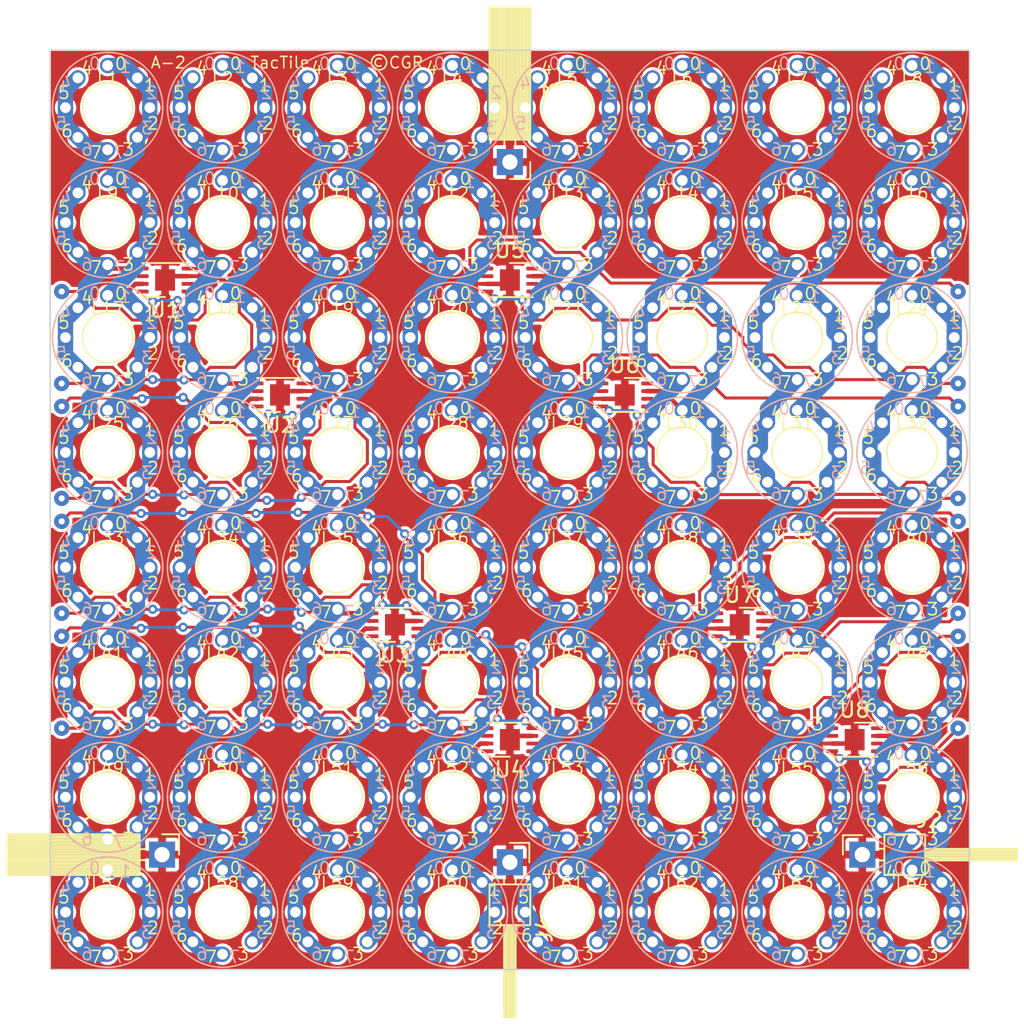
<source format=kicad_pcb>
(kicad_pcb (version 20221018) (generator pcbnew)
  (layers (0 "F.Cu" signal) (31 "B.Cu" signal) (34 "B.Paste" user) (35 "F.Paste" user) (36 "B.SilkS" user "B.Silkscreen") (37 "F.SilkS" user "F.Silkscreen") (38 "B.Mask" user) (39 "F.Mask" user) (44 "Edge.Cuts" user))
  (net 0 "")
  (net 1 "/GND1")
  (net 2 "/GND2")
  (net 3 "/GND3")
  (net 4 "/GND6")
  (net 5 "/GND7")
  (net 6 "/GND8")
  (net 7 "/GND12")
  (net 8 "/GND13")
  (net 9 "/GND14")
  (net 10 "/GND15")
  (net 11 "/GND0")
  (net 12 "/GND4")
  (net 13 "/GND9")
  (net 14 "/GND10")
  (net 15 "/GND11")
  (net 16 "/GND5")
  (net 18 "/INP2")
  (net 20 "/GND")
  (net 23 "/INP3")
  (net 26 "/INP4")
  (net 29 "/INP5")
  (net 32 "/INP6")
  (net 35 "/INP7")
  (net 38 "/INP8")
  (net 41 "/INP9")
  (net 44 "/INP10")
  (net 47 "/INP11")
  (net 50 "/INP12")
  (net 53 "/INP13")
  (net 54 "/INP14")
  (net 55 "/INP15")
  (net 56 "/INP0")
  (net 57 "/INP1")
  (footprint "TacTile:8_coil_solenoid" (layer "F.Cu") (at 51.25 73.75)
    (fp_text reference "L52")
    (fp_text value "8_coil_solenoid" hide)
  )
  (footprint "TacTile:8_coil_solenoid" (layer "F.Cu") (at 73.75 51.25)
    (fp_text reference "L31")
    (fp_text value "8_coil_solenoid" hide)
  )
  (footprint "TacTile:8_coil_solenoid" (layer "F.Cu") (at 43.75 36.25)
    (fp_text reference "L11")
    (fp_text value "8_coil_solenoid" hide)
  )
  (footprint "TacTile:8_coil_solenoid" (layer "F.Cu") (at 43.75 58.75)
    (fp_text reference "L35")
    (fp_text value "8_coil_solenoid" hide)
  )
  (footprint "TacTile:Jumper_Connect" (layer "F.Cu") (at 25.75 46.75)
    (fp_text reference "JMP2" hide)
    (fp_text value "~" hide)
  )
  (footprint "TacTile:8_coil_solenoid" (layer "F.Cu") (at 43.75 51.25)
    (fp_text reference "L27")
    (fp_text value "8_coil_solenoid" hide)
  )
  (footprint "TacTile:Jumper_Connect" (layer "F.Cu") (at 25.75 69.25)
    (fp_text reference "JMP8" hide)
    (fp_text value "~" hide)
  )
  (footprint "TacTile:8_coil_solenoid" (layer "F.Cu") (at 28.75 43.75)
    (fp_text reference "L17")
    (fp_text value "8_coil_solenoid" hide)
  )
  (footprint "Package_DFN_QFN:WDFN-8-1EP_3x2mm_P0.5mm_EP1.3x1.4mm" (layer "F.Cu") (at 62.5 47.5)
    (fp_text reference "U6")
    (fp_text value "MCP14A0303xMNY")
  )
  (footprint "TacTile:8_coil_solenoid" (layer "F.Cu") (at 81.25 43.75)
    (fp_text reference "L24")
    (fp_text value "8_coil_solenoid" hide)
  )
  (footprint "Package_DFN_QFN:WDFN-8-1EP_3x2mm_P0.5mm_EP1.3x1.4mm" (layer "F.Cu") (at 77.5 70)
    (fp_text reference "U8")
    (fp_text value "MCP14A0303xMNY")
  )
  (footprint "TacTile:Jumper_Connect" (layer "F.Cu") (at 84.25 69.25 180)
    (fp_text reference "JMP16" hide)
    (fp_text value "~" hide)
  )
  (footprint "TacTile:Jumper_Connect" (layer "F.Cu") (at 25.75 61.75)
    (fp_text reference "JMP6" hide)
    (fp_text value "~" hide)
  )
  (footprint "TacTile:8_coil_solenoid" (layer "F.Cu") (at 51.25 28.75)
    (fp_text reference "L4")
    (fp_text value "8_coil_solenoid" hide)
  )
  (footprint "TacTile:8_coil_solenoid" (layer "F.Cu") (at 66.25 81.25)
    (fp_text reference "L62")
    (fp_text value "8_coil_solenoid" hide)
  )
  (footprint "TacTile:8_coil_solenoid" (layer "F.Cu") (at 58.75 73.75)
    (fp_text reference "L53")
    (fp_text value "8_coil_solenoid" hide)
  )
  (footprint "Package_DFN_QFN:WDFN-8-1EP_3x2mm_P0.5mm_EP1.3x1.4mm" (layer "F.Cu") (at 32.5 40 180)
    (fp_text reference "U1")
    (fp_text value "MCP14A0303xMNY")
  )
  (footprint "TacTile:Jumper_Connect" (layer "F.Cu") (at 84.25 55.75 180)
    (fp_text reference "JMP13" hide)
    (fp_text value "~" hide)
  )
  (footprint "TacTile:8_coil_solenoid" (layer "F.Cu") (at 43.75 43.75)
    (fp_text reference "L19")
    (fp_text value "8_coil_solenoid" hide)
  )
  (footprint "TacTile:8_coil_solenoid" (layer "F.Cu") (at 66.25 51.25)
    (fp_text reference "L30")
    (fp_text value "8_coil_solenoid" hide)
  )
  (footprint "TacTile:8_coil_solenoid" (layer "F.Cu") (at 58.75 66.25)
    (fp_text reference "L45")
    (fp_text value "8_coil_solenoid" hide)
  )
  (footprint "TacTile:8_coil_solenoid" (layer "F.Cu") (at 51.25 58.75)
    (fp_text reference "L36")
    (fp_text value "8_coil_solenoid" hide)
  )
  (footprint "TacTile:Jumper_Connect" (layer "F.Cu") (at 84.25 61.75 180)
    (fp_text reference "JMP14" hide)
    (fp_text value "~" hide)
  )
  (footprint "TacTile:8_coil_solenoid" (layer "F.Cu") (at 66.25 58.75)
    (fp_text reference "L38")
    (fp_text value "8_coil_solenoid" hide)
  )
  (footprint "TacTile:8_coil_solenoid" (layer "F.Cu") (at 81.25 36.25)
    (fp_text reference "L16")
    (fp_text value "8_coil_solenoid" hide)
  )
  (footprint "TacTile:8_coil_solenoid" (layer "F.Cu") (at 36.25 28.75)
    (fp_text reference "L2")
    (fp_text value "8_coil_solenoid" hide)
  )
  (footprint "TacTile:Jumper_Connect" (layer "F.Cu") (at 25.75 54.25)
    (fp_text reference "JMP4" hide)
    (fp_text value "~" hide)
  )
  (footprint "TacTile:8_coil_solenoid" (layer "F.Cu") (at 43.75 81.25)
    (fp_text reference "L59")
    (fp_text value "8_coil_solenoid" hide)
  )
  (footprint "TacTile:8_coil_solenoid" (layer "F.Cu") (at 36.25 58.75)
    (fp_text reference "L34")
    (fp_text value "8_coil_solenoid" hide)
  )
  (footprint "TacTile:8_coil_solenoid" (layer "F.Cu") (at 28.75 73.75)
    (fp_text reference "L49")
    (fp_text value "8_coil_solenoid" hide)
  )
  (footprint "TacTile:8_coil_solenoid" (layer "F.Cu") (at 73.75 36.25)
    (fp_text reference "L15")
    (fp_text value "8_coil_solenoid" hide)
  )
  (footprint "TacTile:8_coil_solenoid" (layer "F.Cu") (at 73.75 58.75)
    (fp_text reference "L39")
    (fp_text value "8_coil_solenoid" hide)
  )
  (footprint "TacTile:8_coil_solenoid" (layer "F.Cu") (at 73.75 66.25)
    (fp_text reference "L47")
    (fp_text value "8_coil_solenoid" hide)
  )
  (footprint "TacTile:8_coil_solenoid" (layer "F.Cu") (at 81.25 81.25)
    (fp_text reference "L64")
    (fp_text value "8_coil_solenoid" hide)
  )
  (footprint "Package_DFN_QFN:WDFN-8-1EP_3x2mm_P0.5mm_EP1.3x1.4mm" (layer "F.Cu") (at 55 70 180)
    (fp_text reference "U4")
    (fp_text value "MCP14A0303xMNY")
  )
  (footprint "TacTile:Jumper_Connect" (layer "F.Cu") (at 25.75 63.25)
    (fp_text reference "JMP7" hide)
    (fp_text value "~" hide)
  )
  (footprint "TacTile:8_coil_solenoid" (layer "F.Cu") (at 73.75 73.75)
    (fp_text reference "L55")
    (fp_text value "8_coil_solenoid" hide)
  )
  (footprint "Package_DFN_QFN:WDFN-8-1EP_3x2mm_P0.5mm_EP1.3x1.4mm" (layer "F.Cu") (at 47.5 62.5 180)
    (fp_text reference "U3")
    (fp_text value "MCP14A0303xMNY")
  )
  (footprint "TacTile:8_coil_solenoid" (layer "F.Cu") (at 43.75 73.75)
    (fp_text reference "L51")
    (fp_text value "8_coil_solenoid" hide)
  )
  (footprint "TacTile:8_coil_solenoid" (layer "F.Cu") (at 51.25 36.25)
    (fp_text reference "L12")
    (fp_text value "8_coil_solenoid" hide)
  )
  (footprint "TacTile:8_coil_solenoid" (layer "F.Cu") (at 66.25 73.75)
    (fp_text reference "L54")
    (fp_text value "8_coil_solenoid" hide)
  )
  (footprint "TacTile:8_coil_solenoid" (layer "F.Cu") (at 43.75 28.75)
    (fp_text reference "L3")
    (fp_text value "8_coil_solenoid" hide)
  )
  (footprint "TacTile:8_coil_solenoid" (layer "F.Cu") (at 66.25 28.75)
    (fp_text reference "L6")
    (fp_text value "8_coil_solenoid" hide)
  )
  (footprint "Package_DFN_QFN:WDFN-8-1EP_3x2mm_P0.5mm_EP1.3x1.4mm" (layer "F.Cu") (at 40 47.5 180)
    (fp_text reference "U2")
    (fp_text value "MCP14A0303xMNY")
  )
  (footprint "TacTile:Jumper_Connect" (layer "F.Cu") (at 25.75 55.75)
    (fp_text reference "JMP5" hide)
    (fp_text value "~" hide)
  )
  (footprint "Connector_PinHeader_2.54mm:PinHeader_1x01_P2.54mm_Horizontal" (layer "F.Cu") (at 55 78 -90)
    (fp_text reference "J4")
    (fp_text value "Conn_01x01")
  )
  (footprint "TacTile:Jumper_Connect" (layer "F.Cu") (at 25.75 40.75)
    (fp_text reference "JMP1" hide)
    (fp_text value "~" hide)
  )
  (footprint "TacTile:Jumper_Connect" (layer "F.Cu") (at 84.25 63.25 180)
    (fp_text reference "JMP15" hide)
    (fp_text value "~" hide)
  )
  (footprint "TacTile:8_coil_solenoid" (layer "F.Cu") (at 58.75 28.75)
    (fp_text reference "L5")
    (fp_text value "8_coil_solenoid" hide)
  )
  (footprint "TacTile:8_coil_solenoid" (layer "F.Cu") (at 51.25 43.75)
    (fp_text reference "L20")
    (fp_text value "8_coil_solenoid" hide)
  )
  (footprint "TacTile:8_coil_solenoid" (layer "F.Cu") (at 66.25 66.25)
    (fp_text reference "L46")
    (fp_text value "8_coil_solenoid" hide)
  )
  (footprint "TacTile:8_coil_solenoid" (layer "F.Cu") (at 73.75 43.75)
    (fp_text reference "L23")
    (fp_text value "8_coil_solenoid" hide)
  )
  (footprint "TacTile:8_coil_solenoid" (layer "F.Cu") (at 36.25 36.25)
    (fp_text reference "L10")
    (fp_text value "8_coil_solenoid" hide)
  )
  (footprint "TacTile:Jumper_Connect" (layer "F.Cu") (at 84.25 40.75 180)
    (fp_text reference "JMP9" hide)
    (fp_text value "~" hide)
  )
  (footprint "TacTile:8_coil_solenoid" (layer "F.Cu") (at 81.25 73.75)
    (fp_text reference "L56")
    (fp_text value "8_coil_solenoid" hide)
  )
  (footprint "TacTile:8_coil_solenoid" (layer "F.Cu") (at 58.75 58.75)
    (fp_text reference "L37")
    (fp_text value "8_coil_solenoid" hide)
  )
  (footprint "TacTile:8_coil_solenoid" (layer "F.Cu") (at 28.75 58.75)
    (fp_text reference "L33")
    (fp_text value "8_coil_solenoid" hide)
  )
  (footprint "Connector_PinSocket_2.54mm:PinSocket_1x01_P2.54mm_Horizontal" (layer "F.Cu") (at 55 32.3 -90)
    (fp_text reference "J3")
    (fp_text value "Conn_01x01")
  )
  (footprint "TacTile:Jumper_Connect" (layer "F.Cu") (at 84.25 54.25 180)
    (fp_text reference "JMP12" hide)
    (fp_text value "~" hide)
  )
  (footprint "TacTile:8_coil_solenoid" (layer "F.Cu") (at 36.25 51.25)
    (fp_text reference "L26")
    (fp_text value "8_coil_solenoid" hide)
  )
  (footprint "Package_DFN_QFN:WDFN-8-1EP_3x2mm_P0.5mm_EP1.3x1.4mm" (layer "F.Cu") (at 70 62.5)
    (fp_text reference "U7")
    (fp_text value "MCP14A0303xMNY")
  )
  (footprint "TacTile:8_coil_solenoid" (layer "F.Cu") (at 36.25 73.75)
    (fp_text reference "L50")
    (fp_text value "8_coil_solenoid" hide)
  )
  (footprint "TacTile:8_coil_solenoid" (layer "F.Cu") (at 28.75 28.75)
    (fp_text reference "L1")
    (fp_text value "8_coil_solenoid" hide)
  )
  (footprint "TacTile:8_coil_solenoid" (layer "F.Cu") (at 51.25 51.25)
    (fp_text reference "L28")
    (fp_text value "8_coil_solenoid" hide)
  )
  (footprint "TacTile:8_coil_solenoid" (layer "F.Cu") (at 58.75 81.25)
    (fp_text reference "L61")
    (fp_text value "8_coil_solenoid" hide)
  )
  (footprint "TacTile:Jumper_Connect" (layer "F.Cu") (at 25.75 48.25)
    (fp_text reference "JMP3" hide)
    (fp_text value "~" hide)
  )
  (footprint "TacTile:8_coil_solenoid" (layer "F.Cu") (at 81.25 28.75)
    (fp_text reference "L8")
    (fp_text value "8_coil_solenoid" hide)
  )
  (footprint "TacTile:8_coil_solenoid" (layer "F.Cu") (at 36.25 66.25)
    (fp_text reference "L42")
    (fp_text value "8_coil_solenoid" hide)
  )
  (footprint "TacTile:8_coil_solenoid" (layer "F.Cu") (at 73.75 81.25)
    (fp_text reference "L63")
    (fp_text value "8_coil_solenoid" hide)
  )
  (footprint "TacTile:8_coil_solenoid" (layer "F.Cu") (at 28.75 51.25)
    (fp_text reference "L25")
    (fp_text value "8_coil_solenoid" hide)
  )
  (footprint "TacTile:Jumper_Connect" (layer "F.Cu") (at 84.25 46.75 180)
    (fp_text reference "JMP10" hide)
    (fp_text value "~" hide)
  )
  (footprint "Connector_PinHeader_2.54mm:PinHeader_1x01_P2.54mm_Horizontal" (layer "F.Cu") (at 78 77.5)
    (fp_text reference "J2")
    (fp_text value "Conn_01x01")
  )
  (footprint "TacTile:8_coil_solenoid" (layer "F.Cu") (at 58.75 51.25)
    (fp_text reference "L29")
    (fp_text value "8_coil_solenoid" hide)
  )
  (footprint "Package_DFN_QFN:WDFN-8-1EP_3x2mm_P0.5mm_EP1.3x1.4mm" (layer "F.Cu") (at 55 40)
    (fp_text reference "U5")
    (fp_text value "MCP14A0303xMNY")
  )
  (footprint "TacTile:8_coil_solenoid" (layer "F.Cu") (at 66.25 36.25)
    (fp_text reference "L14")
    (fp_text value "8_coil_solenoid" hide)
  )
  (footprint "TacTile:8_coil_solenoid" (layer "F.Cu") (at 73.75 28.75)
    (fp_text reference "L7")
    (fp_text value "8_coil_solenoid" hide)
  )
  (footprint "TacTile:8_coil_solenoid" (layer "F.Cu") (at 28.75 36.25)
    (fp_text reference "L9")
    (fp_text value "8_coil_solenoid" hide)
  )
  (footprint "TacTile:8_coil_solenoid" (layer "F.Cu") (at 28.75 81.25)
    (fp_text reference "L57")
    (fp_text value "8_coil_solenoid" hide)
  )
  (footprint "TacTile:8_coil_solenoid" (layer "F.Cu") (at 81.25 58.75)
    (fp_text reference "L40")
    (fp_text value "8_coil_solenoid" hide)
  )
  (footprint "TacTile:8_coil_solenoid" (layer "F.Cu") (at 36.25 81.25)
    (fp_text reference "L58")
    (fp_text value "8_coil_solenoid" hide)
  )
  (footprint "TacTile:8_coil_solenoid" (layer "F.Cu") (at 43.75 66.25)
    (fp_text reference "L43")
    (fp_text value "8_coil_solenoid" hide)
  )
  (footprint "TacTile:Jumper_Connect" (layer "F.Cu") (at 84.25 48.25 180)
    (fp_text reference "JMP11" hide)
    (fp_text value "~" hide)
  )
  (footprint "TacTile:8_coil_solenoid" (layer "F.Cu") (at 28.75 66.25)
    (fp_text reference "L41")
    (fp_text value "8_coil_solenoid" hide)
  )
  (footprint "Connector_PinSocket_2.54mm:PinSocket_1x01_P2.54mm_Horizontal" (layer "F.Cu") (at 32.3 77.5)
    (fp_text reference "J1")
    (fp_text value "Conn_01x01")
  )
  (footprint "TacTile:8_coil_solenoid" (layer "F.Cu") (at 51.25 81.25)
    (fp_text reference "L60")
    (fp_text value "8_coil_solenoid" hide)
  )
  (footprint "TacTile:8_coil_solenoid" (layer "F.Cu") (at 58.75 43.75)
    (fp_text reference "L21")
    (fp_text value "8_coil_solenoid" hide)
  )
  (footprint "TacTile:8_coil_solenoid" (layer "F.Cu") (at 58.75 36.25)
    (fp_text reference "L13")
    (fp_text value "8_coil_solenoid" hide)
  )
  (footprint "TacTile:8_coil_solenoid" (layer "F.Cu") (at 51.25 66.25)
    (fp_text reference "L44")
    (fp_text value "8_coil_solenoid" hide)
  )
  (footprint "TacTile:8_coil_solenoid" (layer "F.Cu") (at 81.25 51.25)
    (fp_text reference "L32")
    (fp_text value "8_coil_solenoid" hide)
  )
  (footprint "TacTile:8_coil_solenoid" (layer "F.Cu") (at 66.25 43.75)
    (fp_text reference "L22")
    (fp_text value "8_coil_solenoid" hide)
  )
  (footprint "TacTile:8_coil_solenoid" (layer "F.Cu") (at 81.25 66.25)
    (fp_text reference "L48")
    (fp_text value "8_coil_solenoid" hide)
  )
  (footprint "TacTile:8_coil_solenoid" (layer "F.Cu") (at 36.25 43.75)
    (fp_text reference "L18")
    (fp_text value "8_coil_solenoid" hide)
  )
  (gr_rect (start 25 25) (end 85 85) (stroke (width 0.1)) (fill none) (layer "Edge.Cuts"))
  (gr_text "©CGR" (at 45.75 26.25) (layer "F.SilkS") (effects (font (size 0.75 0.75) (thickness 0.1)) (justify left bottom)))
  (gr_text "A-2" (at 31.5 26.25) (layer "F.SilkS") (effects (font (size 0.75 0.75) (thickness 0.1)) (justify left bottom)))
  (gr_text "TacTile" (at 38 26.25) (layer "F.SilkS") (effects (font (size 0.75 0.75) (thickness 0.1)) (justify left bottom)))
  (segment (start 31.0375 39.25) (end 29 39.25) (width 0.3) (layer "F.Cu") (net 1))
  (segment (start 29 39.25) (end 28.75 39) (width 0.3) (layer "F.Cu") (net 1))
  (segment (start 28.75 54) (end 27.62 54) (width 1) (layer "B.Cu") (net 1))
  (segment (start 27.55 47.7) (end 27.55 48.57) (width 1) (layer "B.Cu") (net 1))
  (segment (start 26 67.38) (end 26 66.25) (width 1) (layer "B.Cu") (net 1))
  (segment (start 26.81 70.94) (end 28.75 69) (width 1) (layer "B.Cu") (net 1))
  (segment (start 27.62 39) (end 26.81 38.19) (width 1) (layer "B.Cu") (net 1))
  (segment (start 28.75 61.5) (end 27.55 62.7) (width 1) (layer "B.Cu") (net 1))
  (segment (start 26 81.25) (end 26 80.12) (width 1) (layer "B.Cu") (net 1))
  (segment (start 26 72.62) (end 26.81 71.81) (width 1) (layer "B.Cu") (net 1))
  (segment (start 26.81 83.19) (end 27.62 84) (width 1) (layer "B.Cu") (net 1))
  (segment (start 26 57.62) (end 26.81 56.81) (width 1) (layer "B.Cu") (net 1))
  (segment (start 26 37.38) (end 26 36.25) (width 1) (layer "B.Cu") (net 1))
  (segment (start 27.62 69) (end 26.81 68.19) (width 1) (layer "B.Cu") (net 1))
  (segment (start 26 43.75) (end 26 42.62) (width 1) (layer "B.Cu") (net 1))
  (segment (start 27.55 63.57) (end 26.81 64.31) (width 1) (layer "B.Cu") (net 1))
  (segment (start 26 73.75) (end 26 74.88) (width 1) (layer "B.Cu") (net 1))
  (segment (start 26 80.12) (end 26.81 79.31) (width 1) (layer "B.Cu") (net 1))
  (segment (start 26.81 53.19) (end 26 52.38) (width 1) (layer "B.Cu") (net 1))
  (segment (start 26.81 68.19) (end 26 67.38) (width 1) (layer "B.Cu") (net 1))
  (segment (start 27.6 55.452944) (end 27.6 55.65) (width 1) (layer "B.Cu") (net 1))
  (segment (start 27.62 76.5) (end 26.81 75.69) (width 1) (layer "B.Cu") (net 1))
  (segment (start 26.81 34.31) (end 26.81 33.44) (width 1) (layer "B.Cu") (net 1))
  (segment (start 27.62 31.5) (end 26.81 30.69) (width 1) (layer "B.Cu") (net 1))
  (segment (start 26.81 60.69) (end 26 59.88) (width 1) (layer "B.Cu") (net 1))
  (segment (start 28.75 31.5) (end 27.62 31.5) (width 1) (layer "B.Cu") (net 1))
  (segment (start 27.309999 40.440001) (end 28.75 39) (width 1) (layer "B.Cu") (net 1))
  (segment (start 26.81 41.81) (end 27.309999 41.310001) (width 1) (layer "B.Cu") (net 1))
  (segment (start 28.75 76.5) (end 27.62 76.5) (width 1) (layer "B.Cu") (net 1))
  (segment (start 26 52.38) (end 26 51.25) (width 1) (layer "B.Cu") (net 1))
  (segment (start 28.75 39) (end 27.62 39) (width 1) (layer "B.Cu") (net 1))
  (segment (start 26 82.38) (end 26.81 83.19) (width 1) (layer "B.Cu") (net 1))
  (segment (start 27.55 62.7) (end 27.55 63.57) (width 1) (layer "B.Cu") (net 1))
  (segment (start 27.62 54) (end 26.81 53.19) (width 1) (layer "B.Cu") (net 1))
  (segment (start 28.75 46.5) (end 27.55 47.7) (width 1) (layer "B.Cu") (net 1))
  (segment (start 27.55 48.57) (end 26.81 49.31) (width 1) (layer "B.Cu") (net 1))
  (segment (start 26.81 33.44) (end 28.75 31.5) (width 1) (layer "B.Cu") (net 1))
  (segment (start 26 50.12) (end 26.81 49.31) (width 1) (layer "B.Cu") (net 1))
  (segment (start 26 66.25) (end 26 65.12) (width 1) (layer "B.Cu") (net 1))
  (segment (start 26 28.75) (end 26 27.62) (width 1) (layer "B.Cu") (net 1))
  (segment (start 26 35.12) (end 26.81 34.31) (width 1) (layer "B.Cu") (net 1))
  (segment (start 26 58.75) (end 26 57.62) (width 1) (layer "B.Cu") (net 1))
  (segment (start 28.75 46.5) (end 27.62 46.5) (width 1) (layer "B.Cu") (net 1))
  (segment (start 28.75 54.302944) (end 27.6 55.452944) (width 1) (layer "B.Cu") (net 1))
  (segment (start 26 73.75) (end 26 72.62) (width 1) (layer "B.Cu") (net 1))
  (segment (start 26.81 30.69) (end 26 29.88) (width 1) (layer "B.Cu") (net 1))
  (segment (start 26 59.88) (end 26 58.75) (width 1) (layer "B.Cu") (net 1))
  (segment (start 26 74.88) (end 26.81 75.69) (width 1) (layer "B.Cu") (net 1))
  (segment (start 26 81.25) (end 26 82.38) (width 1) (layer "B.Cu") (net 1))
  (segment (start 26 42.62) (end 26.81 41.81) (width 1) (layer "B.Cu") (net 1))
  (segment (start 26 44.88) (end 26 43.75) (width 1) (layer "B.Cu") (net 1))
  (segment (start 26 51.25) (end 26 50.12) (width 1) (layer "B.Cu") (net 1))
  (segment (start 26.81 78.44) (end 28.75 76.5) (width 1) (layer "B.Cu") (net 1))
  (segment (start 27.309999 41.310001) (end 27.309999 40.440001) (width 1) (layer "B.Cu") (net 1))
  (segment (start 27.6 55.65) (end 26.81 56.44) (width 1) (layer "B.Cu") (net 1))
  (segment (start 26.81 79.31) (end 26.81 78.44) (width 1) (layer "B.Cu") (net 1))
  (segment (start 26.81 38.19) (end 26 37.38) (width 1) (layer "B.Cu") (net 1))
  (segment (start 27.62 84) (end 28.75 84) (width 1) (layer "B.Cu") (net 1))
  (segment (start 26 65.12) (end 26.81 64.31) (width 1) (layer "B.Cu") (net 1))
  (segment (start 26.81 71.81) (end 26.81 70.94) (width 1) (layer "B.Cu") (net 1))
  (segment (start 26.81 45.69) (end 26 44.88) (width 1) (layer "B.Cu") (net 1))
  (segment (start 27.62 61.5) (end 26.81 60.69) (width 1) (layer "B.Cu") (net 1))
  (segment (start 28.75 61.5) (end 27.62 61.5) (width 1) (layer "B.Cu") (net 1))
  (segment (start 28.75 69) (end 27.62 69) (width 1) (layer "B.Cu") (net 1))
  (segment (start 28.75 54) (end 28.75 54.302944) (width 1) (layer "B.Cu") (net 1))
  (segment (start 26 36.25) (end 26 35.12) (width 1) (layer "B.Cu") (net 1))
  (segment (start 27.62 46.5) (end 26.81 45.69) (width 1) (layer "B.Cu") (net 1))
  (segment (start 26 27.62) (end 26.81 26.81) (width 1) (layer "B.Cu") (net 1))
  (segment (start 26 29.88) (end 26 28.75) (width 1) (layer "B.Cu") (net 1))
  (segment (start 26.81 56.44) (end 26.81 56.81) (width 1) (layer "B.Cu") (net 1))
  (segment (start 38.5375 47.75) (end 38.066637 47.75) (width 0.3) (layer "F.Cu") (net 2))
  (segment (start 37.8 48.016637) (end 37.8 48.92) (width 0.3) (layer "F.Cu") (net 2))
  (segment (start 37.8 48.92) (end 38.19 49.31) (width 0.3) (layer "F.Cu") (net 2))
  (segment (start 38.066637 47.75) (end 37.8 48.016637) (width 0.3) (layer "F.Cu") (net 2))
  (segment (start 38.5 57.12) (end 38.19 56.81) (width 1) (layer "B.Cu") (net 2))
  (segment (start 39 82.38) (end 39 81.25) (width 1) (layer "B.Cu") (net 2))
  (segment (start 39 80.12) (end 38.19 79.31) (width 1) (layer "B.Cu") (net 2))
  (segment (start 38.19 53.19) (end 39 52.38) (width 1) (layer "B.Cu") (net 2))
  (segment (start 38.19 46.56) (end 36.25 48.5) (width 1) (layer "B.Cu") (net 2))
  (segment (start 39 52.38) (end 39 51.25) (width 1) (layer "B.Cu") (net 2))
  (segment (start 39 29.5) (end 39 28.75) (width 1) (layer "B.Cu") (net 2))
  (segment (start 38.75 64.87) (end 38.19 64.31) (width 1) (layer "B.Cu") (net 2))
  (segment (start 39 50.12) (end 38.19 49.31) (width 1) (layer "B.Cu") (net 2))
  (segment (start 39 36.25) (end 39 35.12) (width 1) (layer "B.Cu") (net 2))
  (segment (start 39 74.88) (end 39 73.75) (width 1) (layer "B.Cu") (net 2))
  (segment (start 37.38 63.5) (end 38.19 64.31) (width 1) (layer "B.Cu") (net 2))
  (segment (start 38.19 61.56) (end 36.25 63.5) (width 1) (layer "B.Cu") (net 2))
  (segment (start 39 59.88) (end 39 58.75) (width 1) (layer "B.Cu") (net 2))
  (segment (start 36.25 33.5) (end 37.38 33.5) (width 1) (layer "B.Cu") (net 2))
  (segment (start 39 43.75) (end 39 42.62) (width 1) (layer "B.Cu") (net 2))
  (segment (start 39 28.75) (end 39 27.62) (width 1) (layer "B.Cu") (net 2))
  (segment (start 39 37.38) (end 39 36.25) (width 1) (layer "B.Cu") (net 2))
  (segment (start 36.25 56) (end 37.38 56) (width 1) (layer "B.Cu") (net 2))
  (segment (start 39 42.62) (end 38.19 41.81) (width 1) (layer "B.Cu") (net 2))
  (segment (start 38.19 30.69) (end 38.19 31.56) (width 1) (layer "B.Cu") (net 2))
  (segment (start 38.19 45.31) (end 39 44.5) (width 1) (layer "B.Cu") (net 2))
  (segment (start 37.38 78.5) (end 38.19 79.31) (width 1) (layer "B.Cu") (net 2))
  (segment (start 36.25 71) (end 37.38 71) (width 1) (layer "B.Cu") (net 2))
  (segment (start 39 66.25) (end 38.75 66) (width 1) (layer "B.Cu") (net 2))
  (segment (start 38.19 45.69) (end 38.19 46.56) (width 1) (layer "B.Cu") (net 2))
  (segment (start 39 44.5) (end 39 43.75) (width 1) (layer "B.Cu") (net 2))
  (segment (start 38.19 26.81) (end 37.38 26) (width 1) (layer "B.Cu") (net 2))
  (segment (start 37.38 56) (end 38.19 56.81) (width 1) (layer "B.Cu") (net 2))
  (segment (start 38.19 38.19) (end 38.19 39.06) (width 1) (layer "B.Cu") (net 2))
  (segment (start 38.19 60.69) (end 38.19 61.56) (width 1) (layer "B.Cu") (net 2))
  (segment (start 38.19 83.19) (end 39 82.38) (width 1) (layer "B.Cu") (net 2))
  (segment (start 39 73.75) (end 39 72.62) (width 1) (layer "B.Cu") (net 2))
  (segment (start 39 35.12) (end 38.19 34.31) (width 1) (layer "B.Cu") (net 2))
  (segment (start 39 58.75) (end 38.5 58.25) (width 1) (layer "B.Cu") (net 2))
  (segment (start 38.19 75.69) (end 38.19 76.56) (width 1) (layer "B.Cu") (net 2))
  (segment (start 38.19 30.31) (end 39 29.5) (width 1) (layer "B.Cu") (net 2))
  (segment (start 39 72.62) (end 38.19 71.81) (width 1) (layer "B.Cu") (net 2))
  (segment (start 37.38 48.5) (end 38.19 49.31) (width 1) (layer "B.Cu") (net 2))
  (segment (start 37.38 26) (end 36.25 26) (width 1) (layer "B.Cu") (net 2))
  (segment (start 38.19 45.69) (end 38.19 45.31) (width 1) (layer "B.Cu") (net 2))
  (segment (start 38.5 58.25) (end 38.5 57.12) (width 1) (layer "B.Cu") (net 2))
  (segment (start 37.38 33.5) (end 38.19 34.31) (width 1) (layer "B.Cu") (net 2))
  (segment (start 36.25 78.5) (end 37.38 78.5) (width 1) (layer "B.Cu") (net 2))
  (segment (start 36.25 63.5) (end 37.38 63.5) (width 1) (layer "B.Cu") (net 2))
  (segment (start 39 51.25) (end 39 50.12) (width 1) (layer "B.Cu") (net 2))
  (segment (start 38.19 53.19) (end 38.19 54.06) (width 1) (layer "B.Cu") (net 2))
  (segment (start 38.19 75.69) (end 39 74.88) (width 1) (layer "B.Cu") (net 2))
  (segment (start 38.19 30.69) (end 38.19 30.31) (width 1) (layer "B.Cu") (net 2))
  (segment (start 37.38 41) (end 38.19 41.81) (width 1) (layer "B.Cu") (net 2))
  (segment (start 39 67.38) (end 39 66.25) (width 1) (layer "B.Cu") (net 2))
  (segment (start 36.25 41) (end 37.38 41) (width 1) (layer "B.Cu") (net 2))
  (segment (start 38.19 69.06) (end 36.25 71) (width 1) (layer "B.Cu") (net 2))
  (segment (start 38.19 68.19) (end 39 67.38) (width 1) (layer "B.Cu") (net 2))
  (segment (start 37.38 71) (end 38.19 71.81) (width 1) (layer "B.Cu") (net 2))
  (segment (start 39 81.25) (end 39 80.12) (width 1) (layer "B.Cu") (net 2))
  (segment (start 38.19 60.69) (end 39 59.88) (width 1) (layer "B.Cu") (net 2))
  (segment (start 39 27.62) (end 38.19 26.81) (width 1) (layer "B.Cu") (net 2))
  (segment (start 38.19 68.19) (end 38.19 69.06) (width 1) (layer "B.Cu") (net 2))
  (segment (start 38.19 39.06) (end 36.25 41) (width 1) (layer "B.Cu") (net 2))
  (segment (start 38.75 66) (end 38.75 64.87) (width 1) (layer "B.Cu") (net 2))
  (segment (start 38.19 38.19) (end 39 37.38) (width 1) (layer "B.Cu") (net 2))
  (segment (start 38.19 54.06) (end 36.25 56) (width 1) (layer "B.Cu") (net 2))
  (segment (start 36.25 48.5) (end 37.38 48.5) (width 1) (layer "B.Cu") (net 2))
  (segment (start 38.19 76.56) (end 36.25 78.5) (width 1) (layer "B.Cu") (net 2))
  (segment (start 38.19 31.56) (end 36.25 33.5) (width 1) (layer "B.Cu") (net 2))
  (segment (start 36.5 46.75) (end 36.25 46.5) (width 0.3) (layer "F.Cu") (net 3))
  (segment (start 38.5375 46.75) (end 36.5 46.75) (width 0.3) (layer "F.Cu") (net 3))
  (segment (start 33.5 35.12) (end 34.31 34.31) (width 1) (layer "B.Cu") (net 3))
  (segment (start 33.5 36.25) (end 33.5 35.12) (width 1) (layer "B.Cu") (net 3))
  (segment (start 33.5 81.25) (end 33.5 80.12) (width 1) (layer "B.Cu") (net 3))
  (segment (start 34.31 30.69) (end 33.5 29.88) (width 1) (layer "B.Cu") (net 3))
  (segment (start 34.31 38.19) (end 34.31 37.81) (width 1) (layer "B.Cu") (net 3))
  (segment (start 34.31 60.69) (end 35.12 61.5) (width 1) (layer "B.Cu") (net 3))
  (segment (start 33.5 29.88) (end 33.5 28.75) (width 1) (layer "B.Cu") (net 3))
  (segment (start 33.5 66.25) (end 33.5 65.12) (width 1) (layer "B.Cu") (net 3))
  (segment (start 36.25 69) (end 35.12 69) (width 1) (layer "B.Cu") (net 3))
  (segment (start 34.31 45.69) (end 34.31 45.06) (width 1) (layer "B.Cu") (net 3))
  (segment (start 33.5 42.62) (end 34.31 41.81) (width 1) (layer "B.Cu") (net 3))
  (segment (start 35.12 31.5) (end 34.31 30.69) (width 1) (layer "B.Cu") (net 3))
  (segment (start 34.31 60.69) (end 33.5 59.88) (width 1) (layer "B.Cu") (net 3))
  (segment (start 33.5 80.12) (end 34.31 79.31) (width 1) (layer "B.Cu") (net 3))
  (segment (start 33.5 73.75) (end 33.5 72.62) (width 1) (layer "B.Cu") (net 3))
  (segment (start 33.5 67.38) (end 33.5 66.25) (width 1) (layer "B.Cu") (net 3))
  (segment (start 34.31 49.31) (end 34.31 48.44) (width 1) (layer "B.Cu") (net 3))
  (segment (start 34.31 71.81) (end 34.31 70.94) (width 1) (layer "B.Cu") (net 3))
  (segment (start 34.31 75.69) (end 33.5 74.88) (width 1) (layer "B.Cu") (net 3))
  (segment (start 33.5 50.12) (end 34.31 49.31) (width 1) (layer "B.Cu") (net 3))
  (segment (start 34.31 70.94) (end 36.25 69) (width 1) (layer "B.Cu") (net 3))
  (segment (start 34.31 53.19) (end 33.5 52.38) (width 1) (layer "B.Cu") (net 3))
  (segment (start 34.31 75.69) (end 34.57 75.95) (width 1) (layer "B.Cu") (net 3))
  (segment (start 34.31 83.19) (end 33.5 82.38) (width 1) (layer "B.Cu") (net 3))
  (segment (start 34.31 48.44) (end 36.25 46.5) (width 1) (layer "B.Cu") (net 3))
  (segment (start 35.12 61.5) (end 36.25 61.5) (width 1) (layer "B.Cu") (net 3))
  (segment (start 33.5 51.25) (end 33.5 50.12) (width 1) (layer "B.Cu") (net 3))
  (segment (start 33.5 74.88) (end 33.5 73.75) (width 1) (layer "B.Cu") (net 3))
  (segment (start 33.5 72.62) (end 34.31 71.81) (width 1) (layer "B.Cu") (net 3))
  (segment (start 34.31 33.44) (end 36.25 31.5) (width 1) (layer "B.Cu") (net 3))
  (segment (start 36.25 76.5) (end 34.31 78.44) (width 1) (layer "B.Cu") (net 3))
  (segment (start 34.31 55.94) (end 36.25 54) (width 1) (layer "B.Cu") (net 3))
  (segment (start 35.12 69) (end 34.31 68.19) (width 1) (layer "B.Cu") (net 3))
  (segment (start 34.31 45.06) (end 33.5 44.25) (width 1) (layer "B.Cu") (net 3))
  (segment (start 34.31 37.81) (end 33.5 37) (width 1) (layer "B.Cu") (net 3))
  (segment (start 33.5 82.38) (end 33.5 81.25) (width 1) (layer "B.Cu") (net 3))
  (segment (start 34.31 56.81) (end 34.31 55.94) (width 1) (layer "B.Cu") (net 3))
  (segment (start 33.5 65.12) (end 34.31 64.31) (width 1) (layer "B.Cu") (net 3))
  (segment (start 35.5 75.95) (end 36.05 76.5) (width 1) (layer "B.Cu") (net 3))
  (segment (start 35.12 39) (end 34.31 38.19) (width 1) (layer "B.Cu") (net 3))
  (segment (start 36.25 39) (end 35.12 39) (width 1) (layer "B.Cu") (net 3))
  (segment (start 34.31 41.81) (end 34.31 40.94) (width 1) (layer "B.Cu") (net 3))
  (segment (start 36.05 76.5) (end 36.25 76.5) (width 1) (layer "B.Cu") (net 3))
  (segment (start 33.5 28.75) (end 33.5 27.62) (width 1) (layer "B.Cu") (net 3))
  (segment (start 36.25 54) (end 35.12 54) (width 1) (layer "B.Cu") (net 3))
  (segment (start 36.25 31.5) (end 35.12 31.5) (width 1) (layer "B.Cu") (net 3))
  (segment (start 33.5 37) (end 33.5 36.25) (width 1) (layer "B.Cu") (net 3))
  (segment (start 33.5 59.88) (end 33.5 58.75) (width 1) (layer "B.Cu") (net 3))
  (segment (start 34.31 63.44) (end 34.31 64.31) (width 1) (layer "B.Cu") (net 3))
  (segment (start 34 57.12) (end 34.31 56.81) (width 1) (layer "B.Cu") (net 3))
  (segment (start 33.5 43.75) (end 33.5 42.62) (width 1) (layer "B.Cu") (net 3))
  (segment (start 34.31 78.44) (end 34.31 79.31) (width 1) (layer "B.Cu") (net 3))
  (segment (start 35.12 54) (end 34.31 53.19) (width 1) (layer "B.Cu") (net 3))
  (segment (start 34.31 68.19) (end 33.5 67.38) (width 1) (layer "B.Cu") (net 3))
  (segment (start 34.57 75.95) (end 35.5 75.95) (width 1) (layer "B.Cu") (net 3))
  (segment (start 35.12 84) (end 36.25 84) (width 1) (layer "B.Cu") (net 3))
  (segment (start 34.31 83.19) (end 35.12 84) (width 1) (layer "B.Cu") (net 3))
  (segment (start 33.5 58.75) (end 34 58.25) (width 1) (layer "B.Cu") (net 3))
  (segment (start 34 58.25) (end 34 57.12) (width 1) (layer "B.Cu") (net 3))
  (segment (start 34.31 40.94) (end 36.25 39) (width 1) (layer "B.Cu") (net 3))
  (segment (start 34.31 34.31) (end 34.31 33.44) (width 1) (layer "B.Cu") (net 3))
  (segment (start 35.12 46.5) (end 34.31 45.69) (width 1) (layer "B.Cu") (net 3))
  (segment (start 33.5 27.62) (end 34.31 26.81) (width 1) (layer "B.Cu") (net 3))
  (segment (start 33.5 52.38) (end 33.5 51.25) (width 1) (layer "B.Cu") (net 3))
  (segment (start 36.25 61.5) (end 34.31 63.44) (width 1) (layer "B.Cu") (net 3))
  (segment (start 36.25 46.5) (end 35.12 46.5) (width 1) (layer "B.Cu") (net 3))
  (segment (start 33.5 44.25) (end 33.5 43.75) (width 1) (layer "B.Cu") (net 3))
  (segment (start 52.75 70.566637) (end 52.75 71.37) (width 0.3) (layer "F.Cu") (net 4))
  (segment (start 52.75 71.37) (end 53.19 71.81) (width 0.3) (layer "F.Cu") (net 4))
  (segment (start 53.5375 70.25) (end 53.066637 70.25) (width 0.3) (layer "F.Cu") (net 4))
  (segment (start 53.066637 70.25) (end 52.75 70.566637) (width 0.3) (layer "F.Cu") (net 4))
  (segment (start 53.19 46.56) (end 51.25 48.5) (width 1) (layer "B.Cu") (net 4))
  (segment (start 54 28.75) (end 54 27.62) (width 1) (layer "B.Cu") (net 4))
  (segment (start 54 81.25) (end 54 80.12) (width 1) (layer "B.Cu") (net 4))
  (segment (start 53.19 60.69) (end 54 59.88) (width 1) (layer "B.Cu") (net 4))
  (segment (start 53.19 26.81) (end 52.38 26) (width 1) (layer "B.Cu") (net 4))
  (segment (start 52.38 41) (end 53.19 41.81) (width 1) (layer "B.Cu") (net 4))
  (segment (start 54 44.88) (end 54 43.75) (width 1) (layer "B.Cu") (net 4))
  (segment (start 52.38 56) (end 53.19 56.81) (width 1) (layer "B.Cu") (net 4))
  (segment (start 53.19 75.69) (end 54 74.88) (width 1) (layer "B.Cu") (net 4))
  (segment (start 51.25 48.5) (end 52.38 48.5) (width 1) (layer "B.Cu") (net 4))
  (segment (start 54 57.62) (end 53.19 56.81) (width 1) (layer "B.Cu") (net 4))
  (segment (start 54 73.75) (end 54 72.62) (width 1) (layer "B.Cu") (net 4))
  (segment (start 53.19 53.19) (end 53.19 54.06) (width 1) (layer "B.Cu") (net 4))
  (segment (start 53.19 69.06) (end 53.19 68.19) (width 1) (layer "B.Cu") (net 4))
  (segment (start 52.38 78.5) (end 51.25 78.5) (width 1) (layer "B.Cu") (net 4))
  (segment (start 53.19 68.19) (end 54 67.38) (width 1) (layer "B.Cu") (net 4))
  (segment (start 52.38 48.5) (end 53.19 49.31) (width 1) (layer "B.Cu") (net 4))
  (segment (start 52.38 26) (end 51.25 26) (width 1) (layer "B.Cu") (net 4))
  (segment (start 54 42.62) (end 53.19 41.81) (width 1) (layer "B.Cu") (net 4))
  (segment (start 54 36.05) (end 54 36.25) (width 1) (layer "B.Cu") (net 4))
  (segment (start 52.38 63.5) (end 51.25 63.5) (width 1) (layer "B.Cu") (net 4))
  (segment (start 53.19 64.31) (end 52.38 63.5) (width 1) (layer "B.Cu") (net 4))
  (segment (start 52.38 33.5) (end 53.19 34.31) (width 1) (layer "B.Cu") (net 4))
  (segment (start 53.19 61.56) (end 53.19 60.69) (width 1) (layer "B.Cu") (net 4))
  (segment (start 53.19 30.69) (end 53.19 31.56) (width 1) (layer "B.Cu") (net 4))
  (segment (start 54 52.38) (end 54 51.25) (width 1) (layer "B.Cu") (net 4))
  (segment (start 53.19 76.56) (end 53.19 75.69) (width 1) (layer "B.Cu") (net 4))
  (segment (start 54 37.38) (end 54 36.25) (width 1) (layer "B.Cu") (net 4))
  (segment (start 54 27.62) (end 53.19 26.81) (width 1) (layer "B.Cu") (net 4))
  (segment (start 54 51.25) (end 54 50.12) (width 1) (layer "B.Cu") (net 4))
  (segment (start 54 50.12) (end 53.19 49.31) (width 1) (layer "B.Cu") (net 4))
  (segment (start 54 72.62) (end 53.19 71.81) (width 1) (layer "B.Cu") (net 4))
  (segment (start 53.19 53.19) (end 54 52.38) (width 1) (layer "B.Cu") (net 4))
  (segment (start 53.19 38.19) (end 54 37.38) (width 1) (layer "B.Cu") (net 4))
  (segment (start 51.25 71) (end 53.19 69.06) (width 1) (layer "B.Cu") (net 4))
  (segment (start 54 29.88) (end 54 28.75) (width 1) (layer "B.Cu") (net 4))
  (segment (start 54 80.12) (end 53.19 79.31) (width 1) (layer "B.Cu") (net 4))
  (segment (start 54 67.38) (end 54 66.25) (width 1) (layer "B.Cu") (net 4))
  (segment (start 51.25 56) (end 52.38 56) (width 1) (layer "B.Cu") (net 4))
  (segment (start 54 59.88) (end 54 58.75) (width 1) (layer "B.Cu") (net 4))
  (segment (start 53.19 45.69) (end 54 44.88) (width 1) (layer "B.Cu") (net 4))
  (segment (start 53.19 31.56) (end 51.25 33.5) (width 1) (layer "B.Cu") (net 4))
  (segment (start 54 65.12) (end 53.19 64.31) (width 1) (layer "B.Cu") (net 4))
  (segment (start 53.19 39.06) (end 51.25 41) (width 1) (layer "B.Cu") (net 4))
  (segment (start 53.19 38.19) (end 53.19 39.06) (width 1) (layer "B.Cu") (net 4))
  (segment (start 53.19 45.69) (end 53.19 46.56) (width 1) (layer "B.Cu") (net 4))
  (segment (start 53.500001 82.879999) (end 53.500001 81.749999) (width 1) (layer "B.Cu") (net 4))
  (segment (start 53.45 34.57) (end 53.45 35.5) (width 1) (layer "B.Cu") (net 4))
  (segment (start 51.25 78.5) (end 53.19 76.56) (width 1) (layer "B.Cu") (net 4))
  (segment (start 53.500001 81.749999) (end 54 81.25) (width 1) (layer "B.Cu") (net 4))
  (segment (start 54 58.75) (end 54 57.62) (width 1) (layer "B.Cu") (net 4))
  (segment (start 53.19 83.19) (end 53.500001 82.879999) (width 1) (layer "B.Cu") (net 4))
  (segment (start 53.45 35.5) (end 54 36.05) (width 1) (layer "B.Cu") (net 4))
  (segment (start 53.19 71.81) (end 52.38 71) (width 1) (layer "B.Cu") (net 4))
  (segment (start 51.25 63.5) (end 53.19 61.56) (width 1) (layer "B.Cu") (net 4))
  (segment (start 53.19 79.31) (end 52.38 78.5) (width 1) (layer "B.Cu") (net 4))
  (segment (start 53.19 30.69) (end 54 29.88) (width 1) (layer "B.Cu") (net 4))
  (segment (start 51.25 41) (end 52.38 41) (width 1) (layer "B.Cu") (net 4))
  (segment (start 54 66.25) (end 54 65.12) (width 1) (layer "B.Cu") (net 4))
  (segment (start 54 74.88) (end 54 73.75) (width 1) (layer "B.Cu") (net 4))
  (segment (start 51.25 33.5) (end 52.38 33.5) (width 1) (layer "B.Cu") (net 4))
  (segment (start 53.19 34.31) (end 53.45 34.57) (width 1) (layer "B.Cu") (net 4))
  (segment (start 53.19 54.06) (end 51.25 56) (width 1) (layer "B.Cu") (net 4))
  (segment (start 54 43.75) (end 54 42.62) (width 1) (layer "B.Cu") (net 4))
  (segment (start 52.38 71) (end 51.25 71) (width 1) (layer "B.Cu") (net 4))
  (segment (start 51.5 69.25) (end 51.25 69) (width 0.3) (layer "F.Cu") (net 5))
  (segment (start 53.5375 69.25) (end 51.5 69.25) (width 0.3) (layer "F.Cu") (net 5))
  (segment (start 49.31 41.81) (end 49.31 40.94) (width 1) (layer "B.Cu") (net 5))
  (segment (start 50.12 76.5) (end 51.25 76.5) (width 1) (layer "B.Cu") (net 5))
  (segment (start 49.31 70.94) (end 49.31 71.81) (width 1) (layer "B.Cu") (net 5))
  (segment (start 51.25 61.5) (end 49.31 63.44) (width 1) (layer "B.Cu") (net 5))
  (segment (start 49.31 75.69) (end 50.12 76.5) (width 1) (layer "B.Cu") (net 5))
  (segment (start 48.75 64.87) (end 49.31 64.31) (width 1) (layer "B.Cu") (net 5))
  (segment (start 49.31 68.19) (end 48.5 67.38) (width 1) (layer "B.Cu") (net 5))
  (segment (start 49.31 55.94) (end 51.25 54) (width 1) (layer "B.Cu") (net 5))
  (segment (start 49.31 60.69) (end 50.12 61.5) (width 1) (layer "B.Cu") (net 5))
  (segment (start 50.12 31.5) (end 49.31 30.69) (width 1) (layer "B.Cu") (net 5))
  (segment (start 48.5 44.88) (end 48.5 43.75) (width 1) (layer "B.Cu") (net 5))
  (segment (start 48.5 51.25) (end 48.5 50.12) (width 1) (layer "B.Cu") (net 5))
  (segment (start 48.75 72.37) (end 49.31 71.81) (width 1) (layer "B.Cu") (net 5))
  (segment (start 48.5 74.88) (end 48.5 73.75) (width 1) (layer "B.Cu") (net 5))
  (segment (start 48.5 50.12) (end 49.31 49.31) (width 1) (layer "B.Cu") (net 5))
  (segment (start 50.12 84) (end 51.25 84) (width 1) (layer "B.Cu") (net 5))
  (segment (start 48.5 36.25) (end 48.5 37.38) (width 1) (layer "B.Cu") (net 5))
  (segment (start 50.12 54) (end 49.31 53.19) (width 1) (layer "B.Cu") (net 5))
  (segment (start 48.5 67.38) (end 48.5 66.25) (width 1) (layer "B.Cu") (net 5))
  (segment (start 48.5 81.25) (end 48.5 80.12) (width 1) (layer "B.Cu") (net 5))
  (segment (start 49.31 34.31) (end 48.5 35.12) (width 1) (layer "B.Cu") (net 5))
  (segment (start 50.12 46.5) (end 49.31 45.69) (width 1) (layer "B.Cu") (net 5))
  (segment (start 49.31 53.19) (end 48.5 52.38) (width 1) (layer "B.Cu") (net 5))
  (segment (start 50.12 69) (end 51.25 69) (width 1) (layer "B.Cu") (net 5))
  (segment (start 51.25 31.5) (end 50.12 31.5) (width 1) (layer "B.Cu") (net 5))
  (segment (start 48.5 59.88) (end 48.5 58.75) (width 1) (layer "B.Cu") (net 5))
  (segment (start 49.31 60.69) (end 48.5 59.88) (width 1) (layer "B.Cu") (net 5))
  (segment (start 49.31 34.31) (end 49.31 33.44) (width 1) (layer "B.Cu") (net 5))
  (segment (start 49.31 83.19) (end 50.12 84) (width 1) (layer "B.Cu") (net 5))
  (segment (start 48.5 42.62) (end 48.5 43.75) (width 1) (layer "B.Cu") (net 5))
  (segment (start 48.5 52.38) (end 48.5 51.25) (width 1) (layer "B.Cu") (net 5))
  (segment (start 49.31 78.44) (end 49.31 79.31) (width 1) (layer "B.Cu") (net 5))
  (segment (start 49.31 49.31) (end 49.31 48.44) (width 1) (layer "B.Cu") (net 5))
  (segment (start 49.31 40.94) (end 51.25 39) (width 1) (layer "B.Cu") (net 5))
  (segment (start 51.25 39) (end 50.12 39) (width 1) (layer "B.Cu") (net 5))
  (segment (start 48.5 57.62) (end 49.31 56.81) (width 1) (layer "B.Cu") (net 5))
  (segment (start 49.31 68.19) (end 50.12 69) (width 1) (layer "B.Cu") (net 5))
  (segment (start 49.31 75.69) (end 48.5 74.88) (width 1) (layer "B.Cu") (net 5))
  (segment (start 48.75 66) (end 48.75 64.87) (width 1) (layer "B.Cu") (net 5))
  (segment (start 50.12 61.5) (end 51.25 61.5) (width 1) (layer "B.Cu") (net 5))
  (segment (start 48.5 73.75) (end 48.75 73.5) (width 1) (layer "B.Cu") (net 5))
  (segment (start 48.5 58.75) (end 48.5 57.62) (width 1) (layer "B.Cu") (net 5))
  (segment (start 48.5 35.12) (end 48.5 36.25) (width 1) (layer "B.Cu") (net 5))
  (segment (start 51.25 69) (end 49.31 70.94) (width 1) (layer "B.Cu") (net 5))
  (segment (start 48.75 73.5) (end 48.75 72.37) (width 1) (layer "B.Cu") (net 5))
  (segment (start 49.31 41.81) (end 48.5 42.62) (width 1) (layer "B.Cu") (net 5))
  (segment (start 50.12 39) (end 49.31 38.19) (width 1) (layer "B.Cu") (net 5))
  (segment (start 48.5 81.25) (end 48.5 82.38) (width 1) (layer "B.Cu") (net 5))
  (segment (start 49.31 45.69) (end 48.5 44.88) (width 1) (layer "B.Cu") (net 5))
  (segment (start 48.5 29.88) (end 49.31 30.69) (width 1) (layer "B.Cu") (net 5))
  (segment (start 51.25 54) (end 50.12 54) (width 1) (layer "B.Cu") (net 5))
  (segment (start 49.31 26.81) (end 48.5 27.62) (width 1) (layer "B.Cu") (net 5))
  (segment (start 51.25 76.5) (end 49.31 78.44) (width 1) (layer "B.Cu") (net 5))
  (segment (start 48.5 27.62) (end 48.5 28.75) (width 1) (layer "B.Cu") (net 5))
  (segment (start 51.25 46.5) (end 50.12 46.5) (width 1) (layer "B.Cu") (net 5))
  (segment (start 48.5 66.25) (end 48.75 66) (width 1) (layer "B.Cu") (net 5))
  (segment (start 48.5 82.38) (end 49.31 83.19) (width 1) (layer "B.Cu") (net 5))
  (segment (start 48.5 80.12) (end 49.31 79.31) (width 1) (layer "B.Cu") (net 5))
  (segment (start 48.5 37.38) (end 49.31 38.19) (width 1) (layer "B.Cu") (net 5))
  (segment (start 49.31 33.44) (end 51.25 31.5) (width 1) (layer "B.Cu") (net 5))
  (segment (start 49.31 63.44) (end 49.31 64.31) (width 1) (layer "B.Cu") (net 5))
  (segment (start 48.5 28.75) (end 48.5 29.88) (width 1) (layer "B.Cu") (net 5))
  (segment (start 49.31 56.81) (end 49.31 55.94) (width 1) (layer "B.Cu") (net 5))
  (segment (start 49.31 48.44) (end 51.25 46.5) (width 1) (layer "B.Cu") (net 5))
  (segment (start 57.5 39.75) (end 58.75 41) (width 0.3) (layer "F.Cu") (net 6))
  (segment (start 56.4625 39.75) (end 57.5 39.75) (width 0.3) (layer "F.Cu") (net 6))
  (segment (start 60.69 39.06) (end 58.75 41) (width 1) (layer "B.Cu") (net 6))
  (segment (start 60.69 68.19) (end 60.69 67.61) (width 1) (layer "B.Cu") (net 6))
  (segment (start 61.5 29.88) (end 60.69 30.69) (width 1) (layer "B.Cu") (net 6))
  (segment (start 58.75 48.5) (end 59.88 48.5) (width 1) (layer "B.Cu") (net 6))
  (segment (start 60.69 54.06) (end 58.75 56) (width 1) (layer "B.Cu") (net 6))
  (segment (start 58.75 78.5) (end 59.88 78.5) (width 1) (layer "B.Cu") (net 6))
  (segment (start 59.88 48.5) (end 60.69 49.31) (width 1) (layer "B.Cu") (net 6))
  (segment (start 61.5 28.75) (end 61.5 29.88) (width 1) (layer "B.Cu") (net 6))
  (segment (start 60.69 41.81) (end 61.5 42.62) (width 1) (layer "B.Cu") (net 6))
  (segment (start 60.69 53.19) (end 61.5 52.38) (width 1) (layer "B.Cu") (net 6))
  (segment (start 59.88 63.5) (end 60.69 64.31) (width 1) (layer "B.Cu") (net 6))
  (segment (start 60.69 34.31) (end 61.5 35.12) (width 1) (layer "B.Cu") (net 6))
  (segment (start 59.88 56) (end 60.69 56.81) (width 1) (layer "B.Cu") (net 6))
  (segment (start 61.5 74.88) (end 61.5 73.75) (width 1) (layer "B.Cu") (net 6))
  (segment (start 61.5 59.2) (end 60.69 60.01) (width 1) (layer "B.Cu") (net 6))
  (segment (start 60.69 76.56) (end 58.75 78.5) (width 1) (layer "B.Cu") (net 6))
  (segment (start 58.75 71) (end 59.88 71) (width 1) (layer "B.Cu") (net 6))
  (segment (start 60.69 67.61) (end 61.5 66.8) (width 1) (layer "B.Cu") (net 6))
  (segment (start 60.69 26.81) (end 61.5 27.62) (width 1) (layer "B.Cu") (net 6))
  (segment (start 60.69 60.69) (end 60.69 61.56) (width 1) (layer "B.Cu") (net 6))
  (segment (start 60.69 69.06) (end 58.75 71) (width 1) (layer "B.Cu") (net 6))
  (segment (start 61.5 82.38) (end 61.5 81.25) (width 1) (layer "B.Cu") (net 6))
  (segment (start 61.5 73.75) (end 61.5 72.62) (width 1) (layer "B.Cu") (net 6))
  (segment (start 61.5 58.75) (end 61.5 59.2) (width 1) (layer "B.Cu") (net 6))
  (segment (start 61.5 57.62) (end 61.5 58.75) (width 1) (layer "B.Cu") (net 6))
  (segment (start 61.5 44.88) (end 60.69 45.69) (width 1) (layer "B.Cu") (net 6))
  (segment (start 61.5 65.12) (end 61.5 66.25) (width 1) (layer "B.Cu") (net 6))
  (segment (start 61.5 66.8) (end 61.5 66.25) (width 1) (layer "B.Cu") (net 6))
  (segment (start 61.5 27.62) (end 61.5 28.75) (width 1) (layer "B.Cu") (net 6))
  (segment (start 58.75 56) (end 59.88 56) (width 1) (layer "B.Cu") (net 6))
  (segment (start 59.88 26) (end 58.75 26) (width 1) (layer "B.Cu") (net 6))
  (segment (start 58.75 33.5) (end 59.88 33.5) (width 1) (layer "B.Cu") (net 6))
  (segment (start 58.75 41) (end 59.88 41) (width 1) (layer "B.Cu") (net 6))
  (segment (start 61.5 42.62) (end 61.5 43.75) (width 1) (layer "B.Cu") (net 6))
  (segment (start 60.69 64.31) (end 61.5 65.12) (width 1) (layer "B.Cu") (net 6))
  (segment (start 60.69 83.19) (end 61.5 82.38) (width 1) (layer "B.Cu") (net 6))
  (segment (start 61.5 51.25) (end 61.5 50.12) (width 1) (layer "B.Cu") (net 6))
  (segment (start 61.5 72.62) (end 60.69 71.81) (width 1) (layer "B.Cu") (net 6))
  (segment (start 61.5 43.75) (end 61.5 44.88) (width 1) (layer "B.Cu") (net 6))
  (segment (start 61.5 52.38) (end 61.5 51.25) (width 1) (layer "B.Cu") (net 6))
  (segment (start 60.69 26.81) (end 59.88 26) (width 1) (layer "B.Cu") (net 6))
  (segment (start 59.88 78.5) (end 60.69 79.31) (width 1) (layer "B.Cu") (net 6))
  (segment (start 58.75 63.5) (end 59.88 63.5) (width 1) (layer "B.Cu") (net 6))
  (segment (start 60.69 68.19) (end 60.69 69.06) (width 1) (layer "B.Cu") (net 6))
  (segment (start 61.5 50.12) (end 60.69 49.31) (width 1) (layer "B.Cu") (net 6))
  (segment (start 60.69 75.69) (end 60.69 76.56) (width 1) (layer "B.Cu") (net 6))
  (segment (start 60.69 60.01) (end 60.69 60.69) (width 1) (layer "B.Cu") (net 6))
  (segment (start 61.5 81.25) (end 61.5 80.12) (width 1) (layer "B.Cu") (net 6))
  (segment (start 60.69 56.81) (end 61.5 57.62) (width 1) (layer "B.Cu") (net 6))
  (segment (start 60.69 46.56) (end 58.75 48.5) (width 1) (layer "B.Cu") (net 6))
  (segment (start 60.69 45.69) (end 60.69 46.56) (width 1) (layer "B.Cu") (net 6))
  (segment (start 61.5 80.12) (end 60.69 79.31) (width 1) (layer "B.Cu") (net 6))
  (segment (start 60.69 53.19) (end 60.69 54.06) (width 1) (layer "B.Cu") (net 6))
  (segment (start 59.88 41) (end 60.69 41.81) (width 1) (layer "B.Cu") (net 6))
  (segment (start 60.69 38.19) (end 60.69 39.06) (width 1) (layer "B.Cu") (net 6))
  (segment (start 61.5 35.12) (end 61.5 36.25) (width 1) (layer "B.Cu") (net 6))
  (segment (start 59.88 71) (end 60.69 71.81) (width 1) (layer "B.Cu") (net 6))
  (segment (start 60.69 30.69) (end 60.69 31.56) (width 1) (layer "B.Cu") (net 6))
  (segment (start 61.5 37.38) (end 60.69 38.19) (width 1) (layer "B.Cu") (net 6))
  (segment (start 60.69 31.56) (end 58.75 33.5) (width 1) (layer "B.Cu") (net 6))
  (segment (start 59.88 33.5) (end 60.69 34.31) (width 1) (layer "B.Cu") (net 6))
  (segment (start 60.69 61.56) (end 58.75 63.5) (width 1) (layer "B.Cu") (net 6))
  (segment (start 61.5 36.25) (end 61.5 37.38) (width 1) (layer "B.Cu") (net 6))
  (segment (start 60.69 75.69) (end 61.5 74.88) (width 1) (layer "B.Cu") (net 6))
  (segment (start 72.5 62.25) (end 73.75 63.5) (width 0.3) (layer "F.Cu") (net 7))
  (segment (start 71.4625 62.25) (end 72.5 62.25) (width 0.3) (layer "F.Cu") (net 7))
  (segment (start 74.88 33.5) (end 75.69 34.31) (width 1) (layer "B.Cu") (net 7))
  (segment (start 73.75 63.5) (end 74.88 63.5) (width 1) (layer "B.Cu") (net 7))
  (segment (start 75.69 30.69) (end 76.5 29.88) (width 1) (layer "B.Cu") (net 7))
  (segment (start 76.5 72.62) (end 75.69 71.81) (width 1) (layer "B.Cu") (net 7))
  (segment (start 76.5 59.88) (end 76.5 58.75) (width 1) (layer "B.Cu") (net 7))
  (segment (start 74.88 63.5) (end 75.69 64.31) (width 1) (layer "B.Cu") (net 7))
  (segment (start 76.5 29.88) (end 76.5 28.75) (width 1) (layer "B.Cu") (net 7))
  (segment (start 76.15 43.4) (end 76.15 42.27) (width 1) (layer "B.Cu") (net 7))
  (segment (start 76.5 36.25) (end 76.5 35.12) (width 1) (layer "B.Cu") (net 7))
  (segment (start 74.88 48.5) (end 75.69 49.31) (width 1) (layer "B.Cu") (net 7))
  (segment (start 75.69 60.69) (end 76.5 59.88) (width 1) (layer "B.Cu") (net 7))
  (segment (start 74.88 26) (end 73.75 26) (width 1) (layer "B.Cu") (net 7))
  (segment (start 75.69 53.19) (end 75.69 52.81) (width 1) (layer "B.Cu") (net 7))
  (segment (start 76.5 58.75) (end 76.5 57.62) (width 1) (layer "B.Cu") (net 7))
  (segment (start 76.5 74.88) (end 76.5 73.75) (width 1) (layer "B.Cu") (net 7))
  (segment (start 76.15 42.27) (end 75.69 41.81) (width 1) (layer "B.Cu") (net 7))
  (segment (start 75.69 71.81) (end 74.88 71) (width 1) (layer "B.Cu") (net 7))
  (segment (start 75.69 38.19) (end 75.69 39.06) (width 1) (layer "B.Cu") (net 7))
  (segment (start 75.69 54.06) (end 73.75 56) (width 1) (layer "B.Cu") (net 7))
  (segment (start 75.69 76.56) (end 75.69 75.69) (width 1) (layer "B.Cu") (net 7))
  (segment (start 73.75 33.5) (end 74.88 33.5) (width 1) (layer "B.Cu") (net 7))
  (segment (start 76.5 67.38) (end 76.5 66.25) (width 1) (layer "B.Cu") (net 7))
  (segment (start 76.5 82.38) (end 76.5 81.25) (width 1) (layer "B.Cu") (net 7))
  (segment (start 76.25 49.87) (end 75.69 49.31) (width 1) (layer "B.Cu") (net 7))
  (segment (start 76.5 52) (end 76.5 51.25) (width 1) (layer "B.Cu") (net 7))
  (segment (start 74.88 71) (end 73.75 71) (width 1) (layer "B.Cu") (net 7))
  (segment (start 75.69 68.19) (end 75.69 69.06) (width 1) (layer "B.Cu") (net 7))
  (segment (start 76.5 66.25) (end 76.5 65.12) (width 1) (layer "B.Cu") (net 7))
  (segment (start 76.5 65.12) (end 75.69 64.31) (width 1) (layer "B.Cu") (net 7))
  (segment (start 75.69 39.06) (end 73.75 41) (width 1) (layer "B.Cu") (net 7))
  (segment (start 76.5 37.38) (end 76.5 36.25) (width 1) (layer "B.Cu") (net 7))
  (segment (start 73.75 48.5) (end 74.88 48.5) (width 1) (layer "B.Cu") (net 7))
  (segment (start 75.69 53.19) (end 75.69 54.06) (width 1) (layer "B.Cu") (net 7))
  (segment (start 74.88 41) (end 75.69 41.81) (width 1) (layer "B.Cu") (net 7))
  (segment (start 76.5 35.12) (end 75.69 34.31) (width 1) (layer "B.Cu") (net 7))
  (segment (start 76.5 44.88) (end 76.5 43.75) (width 1) (layer "B.Cu") (net 7))
  (segment (start 76.5 73.75) (end 76.5 72.62) (width 1) (layer "B.Cu") (net 7))
  (segment (start 75.69 60.69) (end 75.69 61.56) (width 1) (layer "B.Cu") (net 7))
  (segment (start 74.88 78.5) (end 73.75 78.5) (width 1) (layer "B.Cu") (net 7))
  (segment (start 73.75 56) (end 74.88 56) (width 1) (layer "B.Cu") (net 7))
  (segment (start 75.69 68.19) (end 76.5 67.38) (width 1) (layer "B.Cu") (net 7))
  (segment (start 75.69 45.69) (end 75.69 46.56) (width 1) (layer "B.Cu") (net 7))
  (segment (start 75.69 31.56) (end 73.75 33.5) (width 1) (layer "B.Cu") (net 7))
  (segment (start 76.5 51.25) (end 76.25 51) (width 1) (layer "B.Cu") (net 7))
  (segment (start 75.69 52.81) (end 76.5 52) (width 1) (layer "B.Cu") (net 7))
  (segment (start 75.69 83.19) (end 76.5 82.38) (width 1) (layer "B.Cu") (net 7))
  (segment (start 75.69 46.56) (end 73.75 48.5) (width 1) (layer "B.Cu") (net 7))
  (segment (start 74.88 56) (end 75.69 56.81) (width 1) (layer "B.Cu") (net 7))
  (segment (start 75.69 45.69) (end 76.5 44.88) (width 1) (layer "B.Cu") (net 7))
  (segment (start 75.69 26.81) (end 74.88 26) (width 1) (layer "B.Cu") (net 7))
  (segment (start 75.69 61.56) (end 73.75 63.5) (width 1) (layer "B.Cu") (net 7))
  (segment (start 75.69 69.06) (end 73.75 71) (width 1) (layer "B.Cu") (net 7))
  (segment (start 76.5 27.62) (end 75.69 26.81) (width 1) (layer "B.Cu") (net 7))
  (segment (start 76.5 43.75) (end 76.15 43.4) (width 1) (layer "B.Cu") (net 7))
  (segment (start 76.25 51) (end 76.25 49.87) (width 1) (layer "B.Cu") (net 7))
  (segment (start 75.69 38.19) (end 76.5 37.38) (width 1) (layer "B.Cu") (net 7))
  (segment (start 75.69 30.69) (end 75.69 31.56) (width 1) (layer "B.Cu") (net 7))
  (segment (start 75.69 79.31) (end 74.88 78.5) (width 1) (layer "B.Cu") (net 7))
  (segment (start 73.75 78.5) (end 75.69 76.56) (width 1) (layer "B.Cu") (net 7))
  (segment (start 76.5 81.25) (end 76.5 80.12) (width 1) (layer "B.Cu") (net 7))
  (segment (start 76.5 57.62) (end 75.69 56.81) (width 1) (layer "B.Cu") (net 7))
  (segment (start 76.5 28.75) (end 76.5 27.62) (width 1) (layer "B.Cu") (net 7))
  (segment (start 73.75 41) (end 74.88 41) (width 1) (layer "B.Cu") (net 7))
  (segment (start 76.5 80.12) (end 75.69 79.31) (width 1) (layer "B.Cu") (net 7))
  (segment (start 75.69 75.69) (end 76.5 74.88) (width 1) (layer "B.Cu") (net 7))
  (segment (start 71.4625 63.9625) (end 71.81 64.31) (width 0.3) (layer "F.Cu") (net 8))
  (segment (start 71.4625 63.25) (end 71.4625 63.9625) (width 0.3) (layer "F.Cu") (net 8))
  (segment (start 73.75 31.5) (end 72.62 31.5) (width 1) (layer "B.Cu") (net 8))
  (segment (start 71 35.12) (end 71 36.25) (width 1) (layer "B.Cu") (net 8))
  (segment (start 71 73.75) (end 71 72.62) (width 1) (layer "B.Cu") (net 8))
  (segment (start 71.81 49.31) (end 71.81 48.44) (width 1) (layer "B.Cu") (net 8))
  (segment (start 71.81 26.81) (end 71 27.62) (width 1) (layer "B.Cu") (net 8))
  (segment (start 73.75 76.5) (end 72.62 76.5) (width 1) (layer "B.Cu") (net 8))
  (segment (start 71 67.38) (end 71 66.25) (width 1) (layer "B.Cu") (net 8))
  (segment (start 73.75 46.5) (end 72.62 46.5) (width 1) (layer "B.Cu") (net 8))
  (segment (start 71.81 40.94) (end 73.75 39) (width 1) (layer "B.Cu") (net 8))
  (segment (start 71.35 49.77) (end 71.81 49.31) (width 1) (layer "B.Cu") (net 8))
  (segment (start 71 82.38) (end 71 81.25) (width 1) (layer "B.Cu") (net 8))
  (segment (start 71.81 48.44) (end 73.75 46.5) (width 1) (layer "B.Cu") (net 8))
  (segment (start 73.75 61.5) (end 72.62 61.5) (width 1) (layer "B.Cu") (net 8))
  (segment (start 71.81 78.44) (end 73.75 76.5) (width 1) (layer "B.Cu") (net 8))
  (segment (start 72.62 39) (end 71.81 38.19) (width 1) (layer "B.Cu") (net 8))
  (segment (start 72.62 69) (end 71.81 68.19) (width 1) (layer "B.Cu") (net 8))
  (segment (start 71 58.75) (end 71 57.62) (width 1) (layer "B.Cu") (net 8))
  (segment (start 71.81 60.69) (end 71.81 60.11) (width 1) (layer "B.Cu") (net 8))
  (segment (start 71.81 71.81) (end 71.81 70.94) (width 1) (layer "B.Cu") (net 8))
  (segment (start 71 37.38) (end 71.81 38.19) (width 1) (layer "B.Cu") (net 8))
  (segment (start 73.75 39) (end 72.62 39) (width 1) (layer "B.Cu") (net 8))
  (segment (start 73.75 69) (end 72.62 69) (width 1) (layer "B.Cu") (net 8))
  (segment (start 71 51.25) (end 71.35 50.9) (width 1) (layer "B.Cu") (net 8))
  (segment (start 72.62 46.5) (end 71.81 45.69) (width 1) (layer "B.Cu") (net 8))
  (segment (start 71.81 60.11) (end 71 59.3) (width 1) (layer "B.Cu") (net 8))
  (segment (start 71 27.62) (end 71 28.75) (width 1) (layer "B.Cu") (net 8))
  (segment (start 71.81 45.69) (end 71 44.88) (width 1) (layer "B.Cu") (net 8))
  (segment (start 71 57.62) (end 71.81 56.81) (width 1) (layer "B.Cu") (net 8))
  (segment (start 72.62 31.5) (end 71.81 30.69) (width 1) (layer "B.Cu") (net 8))
  (segment (start 72.62 61.5) (end 71.81 60.69) (width 1) (layer "B.Cu") (net 8))
  (segment (start 71.81 33.44) (end 73.75 31.5) (width 1) (layer "B.Cu") (net 8))
  (segment (start 71 72.62) (end 71.81 71.81) (width 1) (layer "B.Cu") (net 8))
  (segment (start 71 74.88) (end 71 73.75) (width 1) (layer "B.Cu") (net 8))
  (segment (start 71.81 79.31) (end 71.81 78.44) (width 1) (layer "B.Cu") (net 8))
  (segment (start 71.81 55.94) (end 73.75 54) (width 1) (layer "B.Cu") (net 8))
  (segment (start 71 59.3) (end 71 58.75) (width 1) (layer "B.Cu") (net 8))
  (segment (start 71.81 34.31) (end 71 35.12) (width 1) (layer "B.Cu") (net 8))
  (segment (start 71.81 56.81) (end 71.81 55.94) (width 1) (layer "B.Cu") (net 8))
  (segment (start 71 29.88) (end 71.81 30.69) (width 1) (layer "B.Cu") (net 8))
  (segment (start 71.81 34.31) (end 71.81 33.44) (width 1) (layer "B.Cu") (net 8))
  (segment (start 71 43.75) (end 71 42.62) (width 1) (layer "B.Cu") (net 8))
  (segment (start 71 81.25) (end 71 80.12) (width 1) (layer "B.Cu") (net 8))
  (segment (start 71 51.9) (end 71 51.25) (width 1) (layer "B.Cu") (net 8))
  (segment (start 71.81 83.19) (end 71 82.38) (width 1) (layer "B.Cu") (net 8))
  (segment (start 71.81 53.19) (end 71.81 52.71) (width 1) (layer "B.Cu") (net 8))
  (segment (start 72.62 84) (end 73.75 84) (width 1) (layer "B.Cu") (net 8))
  (segment (start 71 80.12) (end 71.81 79.31) (width 1) (layer "B.Cu") (net 8))
  (segment (start 71 36.25) (end 71 37.38) (width 1) (layer "B.Cu") (net 8))
  (segment (start 73.75 54) (end 72.62 54) (width 1) (layer "B.Cu") (net 8))
  (segment (start 71.81 68.19) (end 71 67.38) (width 1) (layer "B.Cu") (net 8))
  (segment (start 71.81 63.44) (end 73.75 61.5) (width 1) (layer "B.Cu") (net 8))
  (segment (start 72.62 76.5) (end 71.81 75.69) (width 1) (layer "B.Cu") (net 8))
  (segment (start 71 66.25) (end 71 65.12) (width 1) (layer "B.Cu") (net 8))
  (segment (start 71.35 50.9) (end 71.35 49.77) (width 1) (layer "B.Cu") (net 8))
  (segment (start 71.81 75.69) (end 71 74.88) (width 1) (layer "B.Cu") (net 8))
  (segment (start 71.81 41.81) (end 71.81 40.94) (width 1) (layer "B.Cu") (net 8))
  (segment (start 72.62 54) (end 71.81 53.19) (width 1) (layer "B.Cu") (net 8))
  (segment (start 71.81 64.31) (end 71.81 63.44) (width 1) (layer "B.Cu") (net 8))
  (segment (start 71.81 52.71) (end 71 51.9) (width 1) (layer "B.Cu") (net 8))
  (segment (start 71 28.75) (end 71 29.88) (width 1) (layer "B.Cu") (net 8))
  (segment (start 71.81 70.94) (end 73.75 69) (width 1) (layer "B.Cu") (net 8))
  (segment (start 71 65.12) (end 71.81 64.31) (width 1) (layer "B.Cu") (net 8))
  (segment (start 71 42.62) (end 71.81 41.81) (width 1) (layer "B.Cu") (net 8))
  (segment (start 71.81 83.19) (end 72.62 84) (width 1) (layer "B.Cu") (net 8))
  (segment (start 71 44.88) (end 71 43.75) (width 1) (layer "B.Cu") (net 8))
  (segment (start 80 69.75) (end 81.25 71) (width 0.3) (layer "F.Cu") (net 9))
  (segment (start 78.9625 69.75) (end 80 69.75) (width 0.3) (layer "F.Cu") (net 9))
  (segment (start 82.690001 62.059999) (end 81.25 63.5) (width 1) (layer "B.Cu") (net 9))
  (segment (start 82.690001 54.559999) (end 81.25 56) (width 1) (layer "B.Cu") (net 9))
  (segment (start 81.25 41) (end 82.38 41) (width 1) (layer "B.Cu") (net 9))
  (segment (start 81.25 71) (end 82.38 71) (width 1) (layer "B.Cu") (net 9))
  (segment (start 84 82.38) (end 83.19 83.19) (width 1) (layer "B.Cu") (net 9))
  (segment (start 82.690001 46.189999) (end 82.690001 47.059999) (width 1) (layer "B.Cu") (net 9))
  (segment (start 84 80.12) (end 84 81.25) (width 1) (layer "B.Cu") (net 9))
  (segment (start 82.690001 68.689999) (end 82.690001 69.559999) (width 1) (layer "B.Cu") (net 9))
  (segment (start 84 35.12) (end 83.19 34.31) (width 1) (layer "B.Cu") (net 9))
  (segment (start 82.690001 61.189999) (end 82.690001 62.059999) (width 1) (layer "B.Cu") (net 9))
  (segment (start 81.25 33.5) (end 82.38 33.5) (width 1) (layer "B.Cu") (net 9))
  (segment (start 82.38 48.5) (end 83.19 49.31) (width 1) (layer "B.Cu") (net 9))
  (segment (start 84 59.88) (end 84 58.75) (width 1) (layer "B.Cu") (net 9))
  (segment (start 84 72.62) (end 84 73.75) (width 1) (layer "B.Cu") (net 9))
  (segment (start 81.25 48.5) (end 82.38 48.5) (width 1) (layer "B.Cu") (net 9))
  (segment (start 83.19 64.31) (end 84 65.12) (width 1) (layer "B.Cu") (net 9))
  (segment (start 84 28.75) (end 84 27.62) (width 1) (layer "B.Cu") (net 9))
  (segment (start 83.19 53.19) (end 84 52.38) (width 1) (layer "B.Cu") (net 9))
  (segment (start 82.690001 47.059999) (end 81.25 48.5) (width 1) (layer "B.Cu") (net 9))
  (segment (start 84 29.88) (end 84 28.75) (width 1) (layer "B.Cu") (net 9))
  (segment (start 82.38 26) (end 81.25 26) (width 1) (layer "B.Cu") (net 9))
  (segment (start 83.19 26.81) (end 82.38 26) (width 1) (layer "B.Cu") (net 9))
  (segment (start 84 65.12) (end 84 66.25) (width 1) (layer "B.Cu") (net 9))
  (segment (start 84 36.25) (end 84 35.12) (width 1) (layer "B.Cu") (net 9))
  (segment (start 81.25 78.5) (end 82.38 78.5) (width 1) (layer "B.Cu") (net 9))
  (segment (start 84 44.88) (end 84 43.75) (width 1) (layer "B.Cu") (net 9))
  (segment (start 83.19 79.31) (end 84 80.12) (width 1) (layer "B.Cu") (net 9))
  (segment (start 84 42.62) (end 83.19 41.81) (width 1) (layer "B.Cu") (net 9))
  (segment (start 83.19 30.69) (end 83.19 31.56) (width 1) (layer "B.Cu") (net 9))
  (segment (start 84 73.75) (end 84 74.88) (width 1) (layer "B.Cu") (net 9))
  (segment (start 81.25 63.5) (end 82.38 63.5) (width 1) (layer "B.Cu") (net 9))
  (segment (start 81.25 56) (end 82.38 56) (width 1) (layer "B.Cu") (net 9))
  (segment (start 84 81.25) (end 84 82.38) (width 1) (layer "B.Cu") (net 9))
  (segment (start 83.19 68.19) (end 82.690001 68.689999) (width 1) (layer "B.Cu") (net 9))
  (segment (start 83.19 38.19) (end 84 37.38) (width 1) (layer "B.Cu") (net 9))
  (segment (start 83.19 45.69) (end 84 44.88) (width 1) (layer "B.Cu") (net 9))
  (segment (start 84 74.88) (end 83.19 75.69) (width 1) (layer "B.Cu") (net 9))
  (segment (start 82.38 41) (end 83.19 41.81) (width 1) (layer "B.Cu") (net 9))
  (segment (start 84 57.62) (end 83.19 56.81) (width 1) (layer "B.Cu") (net 9))
  (segment (start 82.38 71) (end 83.19 71.81) (width 1) (layer "B.Cu") (net 9))
  (segment (start 82.690001 53.689999) (end 82.690001 54.559999) (width 1) (layer "B.Cu") (net 9))
  (segment (start 83.19 45.69) (end 82.690001 46.189999) (width 1) (layer "B.Cu") (net 9))
  (segment (start 83.19 30.69) (end 84 29.88) (width 1) (layer "B.Cu") (net 9))
  (segment (start 82.690001 69.559999) (end 81.25 71) (width 1) (layer "B.Cu") (net 9))
  (segment (start 84 27.62) (end 83.19 26.81) (width 1) (layer "B.Cu") (net 9))
  (segment (start 83.19 31.56) (end 81.25 33.5) (width 1) (layer "B.Cu") (net 9))
  (segment (start 84 58.75) (end 84 57.62) (width 1) (layer "B.Cu") (net 9))
  (segment (start 84 50.12) (end 83.19 49.31) (width 1) (layer "B.Cu") (net 9))
  (segment (start 83.19 60.69) (end 82.690001 61.189999) (width 1) (layer "B.Cu") (net 9))
  (segment (start 82.38 63.5) (end 83.19 64.31) (width 1) (layer "B.Cu") (net 9))
  (segment (start 83.19 75.69) (end 83.19 76.56) (width 1) (layer "B.Cu") (net 9))
  (segment (start 82.38 33.5) (end 83.19 34.31) (width 1) (layer "B.Cu") (net 9))
  (segment (start 82.38 78.5) (end 83.19 79.31) (width 1) (layer "B.Cu") (net 9))
  (segment (start 84 37.38) (end 84 36.25) (width 1) (layer "B.Cu") (net 9))
  (segment (start 83.19 53.19) (end 82.690001 53.689999) (width 1) (layer "B.Cu") (net 9))
  (segment (start 83.19 38.19) (end 83.19 39.06) (width 1) (layer "B.Cu") (net 9))
  (segment (start 84 43.75) (end 84 42.62) (width 1) (layer "B.Cu") (net 9))
  (segment (start 84 67.38) (end 83.19 68.19) (width 1) (layer "B.Cu") (net 9))
  (segment (start 83.19 60.69) (end 84 59.88) (width 1) (layer "B.Cu") (net 9))
  (segment (start 83.19 39.06) (end 81.25 41) (width 1) (layer "B.Cu") (net 9))
  (segment (start 83.19 71.81) (end 84 72.62) (width 1) (layer "B.Cu") (net 9))
  (segment (start 84 51.25) (end 84 50.12) (width 1) (layer "B.Cu") (net 9))
  (segment (start 84 66.25) (end 84 67.38) (width 1) (layer "B.Cu") (net 9))
  (segment (start 82.38 56) (end 83.19 56.81) (width 1) (layer "B.Cu") (net 9))
  (segment (start 83.19 76.56) (end 81.25 78.5) (width 1) (layer "B.Cu") (net 9))
  (segment (start 84 52.38) (end 84 51.25) (width 1) (layer "B.Cu") (net 9))
  (segment (start 78.9625 70.75) (end 78.9625 71.4625) (width 0.3) (layer "F.Cu") (net 10))
  (segment (start 78.9625 71.4625) (end 79.31 71.81) (width 0.3) (layer "F.Cu") (net 10))
  (segment (start 79.75 78.87) (end 79.75 78) (width 1) (layer "B.Cu") (net 10))
  (segment (start 78.75 52.63) (end 79.31 53.19) (width 1) (layer "B.Cu") (net 10))
  (segment (start 80.12 69) (end 79.31 68.19) (width 1) (layer "B.Cu") (net 10))
  (segment (start 79.31 49.76) (end 78.5 50.57) (width 1) (layer "B.Cu") (net 10))
  (segment (start 78.5 67.38) (end 79.31 68.19) (width 1) (layer "B.Cu") (net 10))
  (segment (start 81.25 31.5) (end 80.12 31.5) (width 1) (layer "B.Cu") (net 10))
  (segment (start 80.12 46.5) (end 79.31 45.69) (width 1) (layer "B.Cu") (net 10))
  (segment (start 79.31 83.19) (end 80.12 84) (width 1) (layer "B.Cu") (net 10))
  (segment (start 79.31 56.81) (end 79.31 55.94) (width 1) (layer "B.Cu") (net 10))
  (segment (start 79.31 41.81) (end 79.31 42.16) (width 1) (layer "B.Cu") (net 10))
  (segment (start 79.31 79.31) (end 78.5 80.12) (width 1) (layer "B.Cu") (net 10))
  (segment (start 81.25 54) (end 80.12 54) (width 1) (layer "B.Cu") (net 10))
  (segment (start 78.5 58.75) (end 78.5 59.88) (width 1) (layer "B.Cu") (net 10))
  (segment (start 78.5 66.25) (end 78.5 67.38) (width 1) (layer "B.Cu") (net 10))
  (segment (start 81.25 39) (end 80.12 39) (width 1) (layer "B.Cu") (net 10))
  (segment (start 78.5 36.25) (end 78.5 37.38) (width 1) (layer "B.Cu") (net 10))
  (segment (start 78.5 44.88) (end 79.31 45.69) (width 1) (layer "B.Cu") (net 10))
  (segment (start 79.31 26.81) (end 78.5 27.62) (width 1) (layer "B.Cu") (net 10))
  (segment (start 78.5 73.75) (end 78.5 74.88) (width 1) (layer "B.Cu") (net 10))
  (segment (start 81.25 69) (end 80.12 69) (width 1) (layer "B.Cu") (net 10))
  (segment (start 80.12 76.5) (end 79.31 75.69) (width 1) (layer "B.Cu") (net 10))
  (segment (start 79.31 41.81) (end 79.31 40.94) (width 1) (layer "B.Cu") (net 10))
  (segment (start 78.5 51.25) (end 78.75 51.5) (width 1) (layer "B.Cu") (net 10))
  (segment (start 79.31 34.31) (end 79.31 33.44) (width 1) (layer "B.Cu") (net 10))
  (segment (start 79.31 49.31) (end 79.31 49.76) (width 1) (layer "B.Cu") (net 10))
  (segment (start 78.5 29.88) (end 79.31 30.69) (width 1) (layer "B.Cu") (net 10))
  (segment (start 78.5 50.57) (end 78.5 51.25) (width 1) (layer "B.Cu") (net 10))
  (segment (start 81.25 76.5) (end 80.12 76.5) (width 1) (layer "B.Cu") (net 10))
  (segment (start 78.5 57.62) (end 78.5 58.75) (width 1) (layer "B.Cu") (net 10))
  (segment (start 79.31 64.31) (end 78.5 65.12) (width 1) (layer "B.Cu") (net 10))
  (segment (start 79.31 33.44) (end 81.25 31.5) (width 1) (layer "B.Cu") (net 10))
  (segment (start 79.31 48.44) (end 81.25 46.5) (width 1) (layer "B.Cu") (net 10))
  (segment (start 79.31 71.81) (end 78.5 72.62) (width 1) (layer "B.Cu") (net 10))
  (segment (start 78.5 43.75) (end 78.5 44.88) (width 1) (layer "B.Cu") (net 10))
  (segment (start 80.12 31.5) (end 79.31 30.69) (width 1) (layer "B.Cu") (net 10))
  (segment (start 78.5 27.62) (end 78.5 28.75) (width 1) (layer "B.Cu") (net 10))
  (segment (start 78.5 28.75) (end 78.5 29.88) (width 1) (layer "B.Cu") (net 10))
  (segment (start 78.5 80.12) (end 78.5 81.25) (width 1) (layer "B.Cu") (net 10))
  (segment (start 78.5 59.88) (end 79.31 60.69) (width 1) (layer "B.Cu") (net 10))
  (segment (start 81.25 61.5) (end 80.12 61.5) (width 1) (layer "B.Cu") (net 10))
  (segment (start 79.31 56.81) (end 78.5 57.62) (width 1) (layer "B.Cu") (net 10))
  (segment (start 78.5 81.25) (end 78.5 82.38) (width 1) (layer "B.Cu") (net 10))
  (segment (start 81.25 46.5) (end 80.12 46.5) (width 1) (layer "B.Cu") (net 10))
  (segment (start 80.12 54) (end 79.31 53.19) (width 1) (layer "B.Cu") (net 10))
  (segment (start 80.12 39) (end 79.31 38.19) (width 1) (layer "B.Cu") (net 10))
  (segment (start 79.31 71.81) (end 79.31 70.94) (width 1) (layer "B.Cu") (net 10))
  (segment (start 79.75 78) (end 81.25 76.5) (width 1) (layer "B.Cu") (net 10))
  (segment (start 79.31 79.31) (end 79.75 78.87) (width 1) (layer "B.Cu") (net 10))
  (segment (start 80.12 61.5) (end 79.31 60.69) (width 1) (layer "B.Cu") (net 10))
  (segment (start 79.31 34.31) (end 78.5 35.12) (width 1) (layer "B.Cu") (net 10))
  (segment (start 78.5 37.38) (end 79.31 38.19) (width 1) (layer "B.Cu") (net 10))
  (segment (start 78.5 72.62) (end 78.5 73.75) (width 1) (layer "B.Cu") (net 10))
  (segment (start 79.31 55.94) (end 81.25 54) (width 1) (layer "B.Cu") (net 10))
  (segment (start 79.31 49.31) (end 79.31 48.44) (width 1) (layer "B.Cu") (net 10))
  (segment (start 78.75 51.5) (end 78.75 52.63) (width 1) (layer "B.Cu") (net 10))
  (segment (start 79.31 40.94) (end 81.25 39) (width 1) (layer "B.Cu") (net 10))
  (segment (start 78.5 65.12) (end 78.5 66.25) (width 1) (layer "B.Cu") (net 10))
  (segment (start 79.31 42.16) (end 78.5 42.97) (width 1) (layer "B.Cu") (net 10))
  (segment (start 78.5 74.88) (end 79.31 75.69) (width 1) (layer "B.Cu") (net 10))
  (segment (start 79.31 64.31) (end 79.31 63.44) (width 1) (layer "B.Cu") (net 10))
  (segment (start 80.12 84) (end 81.25 84) (width 1) (layer "B.Cu") (net 10))
  (segment (start 78.5 35.12) (end 78.5 36.25) (width 1) (layer "B.Cu") (net 10))
  (segment (start 78.5 82.38) (end 79.31 83.19) (width 1) (layer "B.Cu") (net 10))
  (segment (start 79.31 63.44) (end 81.25 61.5) (width 1) (layer "B.Cu") (net 10))
  (segment (start 78.5 42.97) (end 78.5 43.75) (width 1) (layer "B.Cu") (net 10))
  (segment (start 79.31 70.94) (end 81.25 69) (width 1) (layer "B.Cu") (net 10))
  (segment (start 30.190001 41.310001) (end 30.69 41.81) (width 0.3) (layer "F.Cu") (net 11))
  (segment (start 31.0375 40.25) (end 30.566637 40.25) (width 0.3) (layer "F.Cu") (net 11))
  (segment (start 30.566637 40.25) (end 30.190001 40.626636) (width 0.3) (layer "F.Cu") (net 11))
  (segment (start 30.190001 40.626636) (end 30.190001 41.310001) (width 0.3) (layer "F.Cu") (net 11))
  (segment (start 31.3 37.58) (end 30.69 38.19) (width 1) (layer "B.Cu") (net 11))
  (segment (start 30.69 60.69) (end 30.69 61.56) (width 1) (layer "B.Cu") (net 11))
  (segment (start 31 44.25) (end 31 45.38) (width 1) (layer "B.Cu") (net 11))
  (segment (start 31.5 28.75) (end 31.5 27.62) (width 1) (layer "B.Cu") (net 11))
  (segment (start 31.5 59.88) (end 30.69 60.69) (width 1) (layer "B.Cu") (net 11))
  (segment (start 31.5 72.62) (end 30.69 71.81) (width 1) (layer "B.Cu") (net 11))
  (segment (start 30.69 68.19) (end 30.69 69.06) (width 1) (layer "B.Cu") (net 11))
  (segment (start 29.88 26) (end 28.75 26) (width 1) (layer "B.Cu") (net 11))
  (segment (start 30.69 26.81) (end 29.88 26) (width 1) (layer "B.Cu") (net 11))
  (segment (start 31.5 58.75) (end 31.05 58.3) (width 1) (layer "B.Cu") (net 11))
  (segment (start 31.5 73.75) (end 31.5 72.62) (width 1) (layer "B.Cu") (net 11))
  (segment (start 28.75 63.5) (end 29.88 63.5) (width 1) (layer "B.Cu") (net 11))
  (segment (start 29.88 56) (end 30.69 56.81) (width 1) (layer "B.Cu") (net 11))
  (segment (start 31.5 80.12) (end 31.5 81.25) (width 1) (layer "B.Cu") (net 11))
  (segment (start 31.5 50.12) (end 30.69 49.31) (width 1) (layer "B.Cu") (net 11))
  (segment (start 31.5 35.12) (end 30.69 34.31) (width 1) (layer "B.Cu") (net 11))
  (segment (start 31.5 74.88) (end 30.69 75.69) (width 1) (layer "B.Cu") (net 11))
  (segment (start 30.69 79.31) (end 31.5 80.12) (width 1) (layer "B.Cu") (net 11))
  (segment (start 29.88 78.5) (end 30.69 79.31) (width 1) (layer "B.Cu") (net 11))
  (segment (start 28.75 78.5) (end 29.88 78.5) (width 1) (layer "B.Cu") (net 11))
  (segment (start 28.75 33.5) (end 29.88 33.5) (width 1) (layer "B.Cu") (net 11))
  (segment (start 30.69 69.06) (end 28.75 71) (width 1) (layer "B.Cu") (net 11))
  (segment (start 31.5 65.12) (end 30.69 64.31) (width 1) (layer "B.Cu") (net 11))
  (segment (start 29.88 48.5) (end 30.69 49.31) (width 1) (layer "B.Cu") (net 11))
  (segment (start 31.5 81.25) (end 31.5 82.38) (width 1) (layer "B.Cu") (net 11))
  (segment (start 28.75 33.5) (end 30.69 31.56) (width 1) (layer "B.Cu") (net 11))
  (segment (start 31.5 66.25) (end 31.5 67.38) (width 1) (layer "B.Cu") (net 11))
  (segment (start 31.5 73.75) (end 31.5 74.88) (width 1) (layer "B.Cu") (net 11))
  (segment (start 28.75 56) (end 29.88 56) (width 1) (layer "B.Cu") (net 11))
  (segment (start 31.5 66.25) (end 31.5 65.12) (width 1) (layer "B.Cu") (net 11))
  (segment (start 31.5 52.38) (end 30.69 53.19) (width 1) (layer "B.Cu") (net 11))
  (segment (start 28.75 71) (end 29.88 71) (width 1) (layer "B.Cu") (net 11))
  (segment (start 31.5 82.38) (end 30.69 83.19) (width 1) (layer "B.Cu") (net 11))
  (segment (start 31 45.38) (end 30.69 45.69) (width 1) (layer "B.Cu") (net 11))
  (segment (start 30.69 76.56) (end 28.75 78.5) (width 1) (layer "B.Cu") (net 11))
  (segment (start 31.5 67.38) (end 30.69 68.19) (width 1) (layer "B.Cu") (net 11))
  (segment (start 28.75 48.5) (end 29.88 48.5) (width 1) (layer "B.Cu") (net 11))
  (segment (start 29.88 63.5) (end 30.69 64.31) (width 1) (layer "B.Cu") (net 11))
  (segment (start 31.5 27.62) (end 30.69 26.81) (width 1) (layer "B.Cu") (net 11))
  (segment (start 30.69 53.19) (end 30.69 54.06) (width 1) (layer "B.Cu") (net 11))
  (segment (start 31.3 36.45) (end 31.3 37.58) (width 1) (layer "B.Cu") (net 11))
  (segment (start 31.05 58.3) (end 31.05 57.17) (width 1) (layer "B.Cu") (net 11))
  (segment (start 28.75 41) (end 29.88 41) (width 1) (layer "B.Cu") (net 11))
  (segment (start 30.69 45.69) (end 30.69 46.56) (width 1) (layer "B.Cu") (net 11))
  (segment (start 31.5 51.25) (end 31.5 52.38) (width 1) (layer "B.Cu") (net 11))
  (segment (start 31.5 36.25) (end 31.5 35.12) (width 1) (layer "B.Cu") (net 11))
  (segment (start 30.69 75.69) (end 30.69 76.56) (width 1) (layer "B.Cu") (net 11))
  (segment (start 31.5 42.62) (end 30.69 41.81) (width 1) (layer "B.Cu") (net 11))
  (segment (start 30.69 39.06) (end 28.75 41) (width 1) (layer "B.Cu") (net 11))
  (segment (start 31.5 28.75) (end 31.5 29.88) (width 1) (layer "B.Cu") (net 11))
  (segment (start 31.5 51.25) (end 31.5 50.12) (width 1) (layer "B.Cu") (net 11))
  (segment (start 31.5 43.75) (end 31.5 42.62) (width 1) (layer "B.Cu") (net 11))
  (segment (start 31.5 43.75) (end 31 44.25) (width 1) (layer "B.Cu") (net 11))
  (segment (start 30.69 61.56) (end 28.75 63.5) (width 1) (layer "B.Cu") (net 11))
  (segment (start 29.88 71) (end 30.69 71.81) (width 1) (layer "B.Cu") (net 11))
  (segment (start 30.69 54.06) (end 28.75 56) (width 1) (layer "B.Cu") (net 11))
  (segment (start 29.88 33.5) (end 30.69 34.31) (width 1) (layer "B.Cu") (net 11))
  (segment (start 30.69 38.19) (end 30.69 39.06) (width 1) (layer "B.Cu") (net 11))
  (segment (start 31.05 57.17) (end 30.69 56.81) (width 1) (layer "B.Cu") (net 11))
  (segment (start 30.69 31.56) (end 30.69 30.69) (width 1) (layer "B.Cu") (net 11))
  (segment (start 30.69 46.56) (end 28.75 48.5) (width 1) (layer "B.Cu") (net 11))
  (segment (start 31.5 58.75) (end 31.5 59.88) (width 1) (layer "B.Cu") (net 11))
  (segment (start 29.88 41) (end 30.69 41.81) (width 1) (layer "B.Cu") (net 11))
  (segment (start 31.5 36.25) (end 31.3 36.45) (width 1) (layer "B.Cu") (net 11))
  (segment (start 31.5 29.88) (end 30.69 30.69) (width 1) (layer "B.Cu") (net 11))
  (segment (start 45.3 63.92) (end 45.69 64.31) (width 0.3) (layer "F.Cu") (net 12))
  (segment (start 45.566637 62.75) (end 45.3 63.016637) (width 0.3) (layer "F.Cu") (net 12))
  (segment (start 46.0375 62.75) (end 45.566637 62.75) (width 0.3) (layer "F.Cu") (net 12))
  (segment (start 45.3 63.016637) (end 45.3 63.92) (width 0.3) (layer "F.Cu") (net 12))
  (segment (start 44.88 71) (end 43.75 71) (width 1) (layer "B.Cu") (net 12))
  (segment (start 45.69 30.69) (end 45.69 31.56) (width 1) (layer "B.Cu") (net 12))
  (segment (start 46.5 44.88) (end 46.5 43.75) (width 1) (layer "B.Cu") (net 12))
  (segment (start 45.69 39.06) (end 43.75 41) (width 1) (layer "B.Cu") (net 12))
  (segment (start 44.88 78.5) (end 43.75 78.5) (width 1) (layer "B.Cu") (net 12))
  (segment (start 44.88 26) (end 43.75 26) (width 1) (layer "B.Cu") (net 12))
  (segment (start 46.5 66.25) (end 46.05 65.8) (width 1) (layer "B.Cu") (net 12))
  (segment (start 45.69 76.56) (end 45.69 75.69) (width 1) (layer "B.Cu") (net 12))
  (segment (start 45.69 38.19) (end 45.69 39.06) (width 1) (layer "B.Cu") (net 12))
  (segment (start 46.5 58.75) (end 46.5 57.62) (width 1) (layer "B.Cu") (net 12))
  (segment (start 45.69 60.69) (end 46.5 59.88) (width 1) (layer "B.Cu") (net 12))
  (segment (start 44.88 56) (end 45.69 56.81) (width 1) (layer "B.Cu") (net 12))
  (segment (start 44.88 48.5) (end 45.69 49.31) (width 1) (layer "B.Cu") (net 12))
  (segment (start 46.5 50.12) (end 45.69 49.31) (width 1) (layer "B.Cu") (net 12))
  (segment (start 45.69 61.56) (end 45.69 60.69) (width 1) (layer "B.Cu") (net 12))
  (segment (start 44.88 63.5) (end 43.75 63.5) (width 1) (layer "B.Cu") (net 12))
  (segment (start 46.5 74.88) (end 45.69 75.69) (width 1) (layer "B.Cu") (net 12))
  (segment (start 43.75 71) (end 45.69 69.06) (width 1) (layer "B.Cu") (net 12))
  (segment (start 46.5 82.38) (end 46.5 81.25) (width 1) (layer "B.Cu") (net 12))
  (segment (start 46.5 57.62) (end 45.69 56.81) (width 1) (layer "B.Cu") (net 12))
  (segment (start 43.75 48.5) (end 44.88 48.5) (width 1) (layer "B.Cu") (net 12))
  (segment (start 45.69 83.19) (end 46.5 82.38) (width 1) (layer "B.Cu") (net 12))
  (segment (start 44.88 41) (end 45.69 41.81) (width 1) (layer "B.Cu") (net 12))
  (segment (start 43.75 56) (end 44.88 56) (width 1) (layer "B.Cu") (net 12))
  (segment (start 45.69 31.56) (end 43.75 33.5) (width 1) (layer "B.Cu") (net 12))
  (segment (start 45.69 64.31) (end 44.88 63.5) (width 1) (layer "B.Cu") (net 12))
  (segment (start 45.69 53.19) (end 46.5 52.38) (width 1) (layer "B.Cu") (net 12))
  (segment (start 46.5 59.88) (end 46.5 58.75) (width 1) (layer "B.Cu") (net 12))
  (segment (start 46.05 64.67) (end 45.69 64.31) (width 1) (layer "B.Cu") (net 12))
  (segment (start 45.69 38.19) (end 46.5 37.38) (width 1) (layer "B.Cu") (net 12))
  (segment (start 45.69 46.56) (end 43.75 48.5) (width 1) (layer "B.Cu") (net 12))
  (segment (start 46.5 28.75) (end 46.5 27.62) (width 1) (layer "B.Cu") (net 12))
  (segment (start 43.75 41) (end 44.88 41) (width 1) (layer "B.Cu") (net 12))
  (segment (start 45.69 69.06) (end 45.69 68.19) (width 1) (layer "B.Cu") (net 12))
  (segment (start 46.5 73.75) (end 46.5 74.88) (width 1) (layer "B.Cu") (net 12))
  (segment (start 44.88 33.5) (end 45.69 34.31) (width 1) (layer "B.Cu") (net 12))
  (segment (start 46.5 81.25) (end 46.5 80.12) (width 1) (layer "B.Cu") (net 12))
  (segment (start 46.5 43.75) (end 46.5 42.62) (width 1) (layer "B.Cu") (net 12))
  (segment (start 46.5 52.38) (end 46.5 51.25) (width 1) (layer "B.Cu") (net 12))
  (segment (start 45.69 45.69) (end 46.5 44.88) (width 1) (layer "B.Cu") (net 12))
  (segment (start 45.69 53.19) (end 45.69 54.06) (width 1) (layer "B.Cu") (net 12))
  (segment (start 46.5 37.38) (end 46.5 36.25) (width 1) (layer "B.Cu") (net 12))
  (segment (start 46.25 73.5) (end 46.5 73.75) (width 1) (layer "B.Cu") (net 12))
  (segment (start 45.69 45.69) (end 45.69 46.56) (width 1) (layer "B.Cu") (net 12))
  (segment (start 45.69 68.19) (end 46.5 67.38) (width 1) (layer "B.Cu") (net 12))
  (segment (start 46.5 51.25) (end 46.5 50.12) (width 1) (layer "B.Cu") (net 12))
  (segment (start 45.69 54.06) (end 43.75 56) (width 1) (layer "B.Cu") (net 12))
  (segment (start 45.69 71.81) (end 44.88 71) (width 1) (layer "B.Cu") (net 12))
  (segment (start 46.5 42.62) (end 45.69 41.81) (width 1) (layer "B.Cu") (net 12))
  (segment (start 45.69 30.69) (end 46.5 29.88) (width 1) (layer "B.Cu") (net 12))
  (segment (start 43.75 78.5) (end 45.69 76.56) (width 1) (layer "B.Cu") (net 12))
  (segment (start 46.5 29.88) (end 46.5 28.75) (width 1) (layer "B.Cu") (net 12))
  (segment (start 45.69 71.81) (end 46.25 72.37) (width 1) (layer "B.Cu") (net 12))
  (segment (start 46.5 80.12) (end 45.69 79.31) (width 1) (layer "B.Cu") (net 12))
  (segment (start 45.69 26.81) (end 44.88 26) (width 1) (layer "B.Cu") (net 12))
  (segment (start 46.5 67.38) (end 46.5 66.25) (width 1) (layer "B.Cu") (net 12))
  (segment (start 43.75 63.5) (end 45.69 61.56) (width 1) (layer "B.Cu") (net 12))
  (segment (start 43.75 33.5) (end 44.88 33.5) (width 1) (layer "B.Cu") (net 12))
  (segment (start 46.25 72.37) (end 46.25 73.5) (width 1) (layer "B.Cu") (net 12))
  (segment (start 45.69 79.31) (end 44.88 78.5) (width 1) (layer "B.Cu") (net 12))
  (segment (start 46.5 35.12) (end 45.69 34.31) (width 1) (layer "B.Cu") (net 12))
  (segment (start 46.05 65.8) (end 46.05 64.67) (width 1) (layer "B.Cu") (net 12))
  (segment (start 46.5 27.62) (end 45.69 26.81) (width 1) (layer "B.Cu") (net 12))
  (segment (start 46.5 36.25) (end 46.5 35.12) (width 1) (layer "B.Cu") (net 12))
  (segment (start 56.4625 41.4625) (end 56.81 41.81) (width 0.3) (layer "F.Cu") (net 13))
  (segment (start 56.4625 40.75) (end 56.4625 41.4625) (width 0.3) (layer "F.Cu") (net 13))
  (segment (start 57.62 61.5) (end 56.81 60.69) (width 1) (layer "B.Cu") (net 13))
  (segment (start 57.62 31.5) (end 56.81 30.69) (width 1) (layer "B.Cu") (net 13))
  (segment (start 56 52.38) (end 56.81 53.19) (width 1) (layer "B.Cu") (net 13))
  (segment (start 56.81 40.94) (end 58.75 39) (width 1) (layer "B.Cu") (net 13))
  (segment (start 56 35.5) (end 56 36.25) (width 1) (layer "B.Cu") (net 13))
  (segment (start 56.81 49.31) (end 56 50.12) (width 1) (layer "B.Cu") (net 13))
  (segment (start 56.81 41.81) (end 56.81 40.94) (width 1) (layer "B.Cu") (net 13))
  (segment (start 57.62 39) (end 56.81 38.19) (width 1) (layer "B.Cu") (net 13))
  (segment (start 57.62 84) (end 58.75 84) (width 1) (layer "B.Cu") (net 13))
  (segment (start 56 67.38) (end 56 66.25) (width 1) (layer "B.Cu") (net 13))
  (segment (start 56 37.38) (end 56 36.25) (width 1) (layer "B.Cu") (net 13))
  (segment (start 56.81 45.69) (end 56 44.88) (width 1) (layer "B.Cu") (net 13))
  (segment (start 56 81.25) (end 56 80.12) (width 1) (layer "B.Cu") (net 13))
  (segment (start 56.81 56.81) (end 56.81 55.94) (width 1) (layer "B.Cu") (net 13))
  (segment (start 56.81 70.94) (end 58.75 69) (width 1) (layer "B.Cu") (net 13))
  (segment (start 56 66.25) (end 56 65.12) (width 1) (layer "B.Cu") (net 13))
  (segment (start 56.81 64.31) (end 56.81 63.44) (width 1) (layer "B.Cu") (net 13))
  (segment (start 56.81 60.69) (end 56 59.88) (width 1) (layer "B.Cu") (net 13))
  (segment (start 58.75 76.5) (end 57.62 76.5) (width 1) (layer "B.Cu") (net 13))
  (segment (start 58.75 61.5) (end 57.62 61.5) (width 1) (layer "B.Cu") (net 13))
  (segment (start 56.81 48.44) (end 58.75 46.5) (width 1) (layer "B.Cu") (net 13))
  (segment (start 56.81 38.19) (end 56 37.38) (width 1) (layer "B.Cu") (net 13))
  (segment (start 56.81 56.81) (end 56 57.62) (width 1) (layer "B.Cu") (net 13))
  (segment (start 58.75 46.5) (end 57.62 46.5) (width 1) (layer "B.Cu") (net 13))
  (segment (start 56.81 71.81) (end 56.81 70.94) (width 1) (layer "B.Cu") (net 13))
  (segment (start 56.375 82.755) (end 56.375 81.625) (width 1) (layer "B.Cu") (net 13))
  (segment (start 56 80.12) (end 56.81 79.31) (width 1) (layer "B.Cu") (net 13))
  (segment (start 56 73.75) (end 56 72.62) (width 1) (layer "B.Cu") (net 13))
  (segment (start 56.55 35.5) (end 56 35.5) (width 1) (layer "B.Cu") (net 13))
  (segment (start 56.81 49.31) (end 56.81 48.44) (width 1) (layer "B.Cu") (net 13))
  (segment (start 57.62 46.5) (end 56.81 45.69) (width 1) (layer "B.Cu") (net 13))
  (segment (start 56 51.25) (end 56 52.38) (width 1) (layer "B.Cu") (net 13))
  (segment (start 56 50.12) (end 56 51.25) (width 1) (layer "B.Cu") (net 13))
  (segment (start 57.62 76.5) (end 56.81 75.69) (width 1) (layer "B.Cu") (net 13))
  (segment (start 56.81 34.31) (end 56.81 33.44) (width 1) (layer "B.Cu") (net 13))
  (segment (start 58.75 69) (end 57.62 69) (width 1) (layer "B.Cu") (net 13))
  (segment (start 56 44.88) (end 56 43.75) (width 1) (layer "B.Cu") (net 13))
  (segment (start 56 57.62) (end 56 58.75) (width 1) (layer "B.Cu") (net 13))
  (segment (start 56 27.62) (end 56.81 26.81) (width 1) (layer "B.Cu") (net 13))
  (segment (start 56 42.62) (end 56.81 41.81) (width 1) (layer "B.Cu") (net 13))
  (segment (start 56.81 79.31) (end 56.81 78.44) (width 1) (layer "B.Cu") (net 13))
  (segment (start 56.81 78.44) (end 58.75 76.5) (width 1) (layer "B.Cu") (net 13))
  (segment (start 56.81 83.19) (end 56.375 82.755) (width 1) (layer "B.Cu") (net 13))
  (segment (start 58.75 31.5) (end 57.62 31.5) (width 1) (layer "B.Cu") (net 13))
  (segment (start 56.81 63.44) (end 58.75 61.5) (width 1) (layer "B.Cu") (net 13))
  (segment (start 56 74.88) (end 56 73.75) (width 1) (layer "B.Cu") (net 13))
  (segment (start 56 59.88) (end 56 58.75) (width 1) (layer "B.Cu") (net 13))
  (segment (start 57.62 54) (end 56.81 53.19) (width 1) (layer "B.Cu") (net 13))
  (segment (start 57.62 69) (end 56.81 68.19) (width 1) (layer "B.Cu") (net 13))
  (segment (start 56 72.62) (end 56.81 71.81) (width 1) (layer "B.Cu") (net 13))
  (segment (start 58.75 54) (end 57.62 54) (width 1) (layer "B.Cu") (net 13))
  (segment (start 56.81 33.44) (end 58.75 31.5) (width 1) (layer "B.Cu") (net 13))
  (segment (start 56.81 34.31) (end 56.55 34.57) (width 1) (layer "B.Cu") (net 13))
  (segment (start 56 28.75) (end 56 27.62) (width 1) (layer "B.Cu") (net 13))
  (segment (start 56.81 83.19) (end 57.62 84) (width 1) (layer "B.Cu") (net 13))
  (segment (start 56.81 68.19) (end 56 67.38) (width 1) (layer "B.Cu") (net 13))
  (segment (start 56 29.88) (end 56 28.75) (width 1) (layer "B.Cu") (net 13))
  (segment (start 56.81 55.94) (end 58.75 54) (width 1) (layer "B.Cu") (net 13))
  (segment (start 56 43.75) (end 56 42.62) (width 1) (layer "B.Cu") (net 13))
  (segment (start 56.375 81.625) (end 56 81.25) (width 1) (layer "B.Cu") (net 13))
  (segment (start 56 65.12) (end 56.81 64.31) (width 1) (layer "B.Cu") (net 13))
  (segment (start 56.81 30.69) (end 56 29.88) (width 1) (layer "B.Cu") (net 13))
  (segment (start 56.55 34.57) (end 56.55 35.5) (width 1) (layer "B.Cu") (net 13))
  (segment (start 56.81 75.69) (end 56 74.88) (width 1) (layer "B.Cu") (net 13))
  (segment (start 58.75 39) (end 57.62 39) (width 1) (layer "B.Cu") (net 13))
  (segment (start 65 47.25) (end 66.25 48.5) (width 0.3) (layer "F.Cu") (net 14))
  (segment (start 63.9625 47.25) (end 65 47.25) (width 0.3) (layer "F.Cu") (net 14))
  (segment (start 69 35.12) (end 68.19 34.31) (width 1) (layer "B.Cu") (net 14))
  (segment (start 68.65 51.6) (end 68.65 52.73) (width 1) (layer "B.Cu") (net 14))
  (segment (start 68.19 60.69) (end 68.19 61.56) (width 1) (layer "B.Cu") (net 14))
  (segment (start 68.19 26.81) (end 69 27.62) (width 1) (layer "B.Cu") (net 14))
  (segment (start 67.38 71) (end 68.19 71.81) (width 1) (layer "B.Cu") (net 14))
  (segment (start 68.19 41.81) (end 69 42.62) (width 1) (layer "B.Cu") (net 14))
  (segment (start 68.19 61.56) (end 66.25 63.5) (width 1) (layer "B.Cu") (net 14))
  (segment (start 66.25 33.5) (end 67.38 33.5) (width 1) (layer "B.Cu") (net 14))
  (segment (start 68.65 50.9) (end 69 51.25) (width 1) (layer "B.Cu") (net 14))
  (segment (start 69 74.88) (end 69 73.75) (width 1) (layer "B.Cu") (net 14))
  (segment (start 68.65 49.77) (end 68.65 50.9) (width 1) (layer "B.Cu") (net 14))
  (segment (start 68.65 59.1) (end 68.65 60.23) (width 1) (layer "B.Cu") (net 14))
  (segment (start 67.38 41) (end 68.19 41.81) (width 1) (layer "B.Cu") (net 14))
  (segment (start 69 81.25) (end 69 80.12) (width 1) (layer "B.Cu") (net 14))
  (segment (start 69 42.62) (end 69 43.75) (width 1) (layer "B.Cu") (net 14))
  (segment (start 68.19 68.19) (end 68.19 69.06) (width 1) (layer "B.Cu") (net 14))
  (segment (start 66.25 78.5) (end 67.38 78.5) (width 1) (layer "B.Cu") (net 14))
  (segment (start 66.25 56) (end 67.38 56) (width 1) (layer "B.Cu") (net 14))
  (segment (start 69 72.62) (end 68.19 71.81) (width 1) (layer "B.Cu") (net 14))
  (segment (start 68.19 49.31) (end 68.65 49.77) (width 1) (layer "B.Cu") (net 14))
  (segment (start 68.19 38.19) (end 68.19 39.06) (width 1) (layer "B.Cu") (net 14))
  (segment (start 69 67.38) (end 69 66.25) (width 1) (layer "B.Cu") (net 14))
  (segment (start 67.38 56) (end 68.19 56.81) (width 1) (layer "B.Cu") (net 14))
  (segment (start 69 37.38) (end 69 36.25) (width 1) (layer "B.Cu") (net 14))
  (segment (start 67.38 48.5) (end 68.19 49.31) (width 1) (layer "B.Cu") (net 14))
  (segment (start 68.19 68.19) (end 69 67.38) (width 1) (layer "B.Cu") (net 14))
  (segment (start 68.19 39.06) (end 66.25 41) (width 1) (layer "B.Cu") (net 14))
  (segment (start 68.19 76.56) (end 66.25 78.5) (width 1) (layer "B.Cu") (net 14))
  (segment (start 69 58.75) (end 68.65 59.1) (width 1) (layer "B.Cu") (net 14))
  (segment (start 67.38 78.5) (end 68.19 79.31) (width 1) (layer "B.Cu") (net 14))
  (segment (start 66.25 41) (end 67.38 41) (width 1) (layer "B.Cu") (net 14))
  (segment (start 67.38 33.5) (end 68.19 34.31) (width 1) (layer "B.Cu") (net 14))
  (segment (start 67.38 63.5) (end 68.19 64.31) (width 1) (layer "B.Cu") (net 14))
  (segment (start 69 66.25) (end 69 65.12) (width 1) (layer "B.Cu") (net 14))
  (segment (start 69 80.12) (end 68.19 79.31) (width 1) (layer "B.Cu") (net 14))
  (segment (start 69 73.75) (end 69 72.62) (width 1) (layer "B.Cu") (net 14))
  (segment (start 69 28.75) (end 69 29.88) (width 1) (layer "B.Cu") (net 14))
  (segment (start 68.19 38.19) (end 69 37.38) (width 1) (layer "B.Cu") (net 14))
  (segment (start 68.19 30.69) (end 68.19 31.56) (width 1) (layer "B.Cu") (net 14))
  (segment (start 68.19 53.19) (end 68.19 54.06) (width 1) (layer "B.Cu") (net 14))
  (segment (start 67.38 26) (end 66.25 26) (width 1) (layer "B.Cu") (net 14))
  (segment (start 69 57.62) (end 69 58.75) (width 1) (layer "B.Cu") (net 14))
  (segment (start 66.25 71) (end 67.38 71) (width 1) (layer "B.Cu") (net 14))
  (segment (start 68.19 75.69) (end 68.19 76.56) (width 1) (layer "B.Cu") (net 14))
  (segment (start 69 36.25) (end 69 35.12) (width 1) (layer "B.Cu") (net 14))
  (segment (start 68.19 75.69) (end 69 74.88) (width 1) (layer "B.Cu") (net 14))
  (segment (start 69 27.62) (end 69 28.75) (width 1) (layer "B.Cu") (net 14))
  (segment (start 69 51.25) (end 68.65 51.6) (width 1) (layer "B.Cu") (net 14))
  (segment (start 68.19 54.06) (end 66.25 56) (width 1) (layer "B.Cu") (net 14))
  (segment (start 66.25 63.5) (end 67.38 63.5) (width 1) (layer "B.Cu") (net 14))
  (segment (start 68.19 83.19) (end 69 82.38) (width 1) (layer "B.Cu") (net 14))
  (segment (start 68.19 69.06) (end 66.25 71) (width 1) (layer "B.Cu") (net 14))
  (segment (start 69 29.88) (end 68.19 30.69) (width 1) (layer "B.Cu") (net 14))
  (segment (start 69 43.75) (end 69 44.88) (width 1) (layer "B.Cu") (net 14))
  (segment (start 69 44.88) (end 68.19 45.69) (width 1) (layer "B.Cu") (net 14))
  (segment (start 69 65.12) (end 68.19 64.31) (width 1) (layer "B.Cu") (net 14))
  (segment (start 68.19 31.56) (end 66.25 33.5) (width 1) (layer "B.Cu") (net 14))
  (segment (start 68.19 45.69) (end 68.19 46.56) (width 1) (layer "B.Cu") (net 14))
  (segment (start 69 82.38) (end 69 81.25) (width 1) (layer "B.Cu") (net 14))
  (segment (start 68.65 60.23) (end 68.19 60.69) (width 1) (layer "B.Cu") (net 14))
  (segment (start 68.65 52.73) (end 68.19 53.19) (width 1) (layer "B.Cu") (net 14))
  (segment (start 68.19 46.56) (end 66.25 48.5) (width 1) (layer "B.Cu") (net 14))
  (segment (start 68.19 26.81) (end 67.38 26) (width 1) (layer "B.Cu") (net 14))
  (segment (start 66.25 48.5) (end 67.38 48.5) (width 1) (layer "B.Cu") (net 14))
  (segment (start 68.19 56.81) (end 69 57.62) (width 1) (layer "B.Cu") (net 14))
  (segment (start 63.9625 48.9625) (end 64.31 49.31) (width 0.3) (layer "F.Cu") (net 15))
  (segment (start 63.9625 48.25) (end 63.9625 48.9625) (width 0.3) (layer "F.Cu") (net 15))
  (segment (start 64.31 34.31) (end 64.31 33.44) (width 1) (layer "B.Cu") (net 15))
  (segment (start 63.5 51.25) (end 63.5 52.38) (width 1) (layer "B.Cu") (net 15))
  (segment (start 63.5 80.12) (end 64.31 79.31) (width 1) (layer "B.Cu") (net 15))
  (segment (start 64.31 83.19) (end 63.5 82.38) (width 1) (layer "B.Cu") (net 15))
  (segment (start 64.31 75.69) (end 63.5 74.88) (width 1) (layer "B.Cu") (net 15))
  (segment (start 63.5 28.75) (end 63.5 29.88) (width 1) (layer "B.Cu") (net 15))
  (segment (start 63.5 65.12) (end 64.31 64.31) (width 1) (layer "B.Cu") (net 15))
  (segment (start 63.5 29.88) (end 64.31 30.69) (width 1) (layer "B.Cu") (net 15))
  (segment (start 64.31 56.81) (end 64.31 55.94) (width 1) (layer "B.Cu") (net 15))
  (segment (start 63.5 81.25) (end 63.5 80.12) (width 1) (layer "B.Cu") (net 15))
  (segment (start 66.25 46.5) (end 65.12 46.5) (width 1) (layer "B.Cu") (net 15))
  (segment (start 66.25 76.5) (end 65.12 76.5) (width 1) (layer "B.Cu") (net 15))
  (segment (start 64.31 83.19) (end 65.12 84) (width 1) (layer "B.Cu") (net 15))
  (segment (start 66.25 61.5) (end 65.12 61.5) (width 1) (layer "B.Cu") (net 15))
  (segment (start 66.25 31.5) (end 65.12 31.5) (width 1) (layer "B.Cu") (net 15))
  (segment (start 65.12 31.5) (end 64.31 30.69) (width 1) (layer "B.Cu") (net 15))
  (segment (start 64.31 64.31) (end 64.31 63.44) (width 1) (layer "B.Cu") (net 15))
  (segment (start 64.31 49.31) (end 64.31 48.44) (width 1) (layer "B.Cu") (net 15))
  (segment (start 63.5 43.75) (end 63.5 44.88) (width 1) (layer "B.Cu") (net 15))
  (segment (start 63.5 44.88) (end 64.31 45.69) (width 1) (layer "B.Cu") (net 15))
  (segment (start 64.31 78.44) (end 66.25 76.5) (width 1) (layer "B.Cu") (net 15))
  (segment (start 65.12 61.5) (end 64.31 60.69) (width 1) (layer "B.Cu") (net 15))
  (segment (start 63.5 57.62) (end 63.5 58.75) (width 1) (layer "B.Cu") (net 15))
  (segment (start 63.5 73.75) (end 63.5 72.62) (width 1) (layer "B.Cu") (net 15))
  (segment (start 65.12 54) (end 64.31 53.19) (width 1) (layer "B.Cu") (net 15))
  (segment (start 63.5 82.38) (end 63.5 81.25) (width 1) (layer "B.Cu") (net 15))
  (segment (start 64.31 63.44) (end 66.25 61.5) (width 1) (layer "B.Cu") (net 15))
  (segment (start 64.31 60.69) (end 64.31 60.31) (width 1) (layer "B.Cu") (net 15))
  (segment (start 63.5 74.88) (end 63.5 73.75) (width 1) (layer "B.Cu") (net 15))
  (segment (start 64.31 40.94) (end 66.25 39) (width 1) (layer "B.Cu") (net 15))
  (segment (start 63.5 66.25) (end 63.5 65.12) (width 1) (layer "B.Cu") (net 15))
  (segment (start 63.5 50.12) (end 63.5 51.25) (width 1) (layer "B.Cu") (net 15))
  (segment (start 63.5 27.62) (end 63.5 28.75) (width 1) (layer "B.Cu") (net 15))
  (segment (start 63.5 59.5) (end 63.5 58.75) (width 1) (layer "B.Cu") (net 15))
  (segment (start 65.12 46.5) (end 64.31 45.69) (width 1) (layer "B.Cu") (net 15))
  (segment (start 64.31 49.31) (end 63.5 50.12) (width 1) (layer "B.Cu") (net 15))
  (segment (start 64.31 34.31) (end 63.5 35.12) (width 1) (layer "B.Cu") (net 15))
  (segment (start 64.31 70.94) (end 66.25 69) (width 1) (layer "B.Cu") (net 15))
  (segment (start 63.5 36.25) (end 63.5 37.38) (width 1) (layer "B.Cu") (net 15))
  (segment (start 66.25 39) (end 65.12 39) (width 1) (layer "B.Cu") (net 15))
  (segment (start 63.5 52.38) (end 64.31 53.19) (width 1) (layer "B.Cu") (net 15))
  (segment (start 65.12 76.5) (end 64.31 75.69) (width 1) (layer "B.Cu") (net 15))
  (segment (start 64.31 79.31) (end 64.31 78.44) (width 1) (layer "B.Cu") (net 15))
  (segment (start 64.31 56.81) (end 63.5 57.62) (width 1) (layer "B.Cu") (net 15))
  (segment (start 64.31 71.81) (end 64.31 70.94) (width 1) (layer "B.Cu") (net 15))
  (segment (start 63.5 35.12) (end 63.5 36.25) (width 1) (layer "B.Cu") (net 15))
  (segment (start 65.12 39) (end 64.31 38.19) (width 1) (layer "B.Cu") (net 15))
  (segment (start 64.31 26.81) (end 63.5 27.62) (width 1) (layer "B.Cu") (net 15))
  (segment (start 64.31 33.44) (end 66.25 31.5) (width 1) (layer "B.Cu") (net 15))
  (segment (start 66.25 69) (end 65.12 69) (width 1) (layer "B.Cu") (net 15))
  (segment (start 63.5 42.62) (end 63.5 43.75) (width 1) (layer "B.Cu") (net 15))
  (segment (start 63.5 37.38) (end 64.31 38.19) (width 1) (layer "B.Cu") (net 15))
  (segment (start 64.31 68.19) (end 64.31 67.71) (width 1) (layer "B.Cu") (net 15))
  (segment (start 65.12 84) (end 66.25 84) (width 1) (layer "B.Cu") (net 15))
  (segment (start 64.31 67.71) (end 63.5 66.9) (width 1) (layer "B.Cu") (net 15))
  (segment (start 64.31 55.94) (end 66.25 54) (width 1) (layer "B.Cu") (net 15))
  (segment (start 63.5 66.9) (end 63.5 66.25) (width 1) (layer "B.Cu") (net 15))
  (segment (start 64.31 48.44) (end 66.25 46.5) (width 1) (layer "B.Cu") (net 15))
  (segment (start 65.12 69) (end 64.31 68.19) (width 1) (layer "B.Cu") (net 15))
  (segment (start 64.31 41.81) (end 64.31 40.94) (width 1) (layer "B.Cu") (net 15))
  (segment (start 64.31 41.81) (end 63.5 42.62) (width 1) (layer "B.Cu") (net 15))
  (segment (start 64.31 60.31) (end 63.5 59.5) (width 1) (layer "B.Cu") (net 15))
  (segment (start 63.5 72.62) (end 64.31 71.81) (width 1) (layer "B.Cu") (net 15))
  (segment (start 66.25 54) (end 65.12 54) (width 1) (layer "B.Cu") (net 15))
  (segment (start 46.0375 61.75) (end 44 61.75) (width 0.3) (layer "F.Cu") (net 16))
  (segment (start 44 61.75) (end 43.75 61.5) (width 0.3) (layer "F.Cu") (net 16))
  (segment (start 41 72.62) (end 41.81 71.81) (width 1) (layer "B.Cu") (net 16))
  (segment (start 41 35.12) (end 41 36.25) (width 1) (layer "B.Cu") (net 16))
  (segment (start 41.81 75.69) (end 41 74.88) (width 1) (layer "B.Cu") (net 16))
  (segment (start 41.81 34.31) (end 41 35.12) (width 1) (layer "B.Cu") (net 16))
  (segment (start 42.62 54) (end 41.81 53.19) (width 1) (layer "B.Cu") (net 16))
  (segment (start 41 74.88) (end 41 73.75) (width 1) (layer "B.Cu") (net 16))
  (segment (start 41.5 57.12) (end 41.81 56.81) (width 1) (layer "B.Cu") (net 16))
  (segment (start 41.81 68.19) (end 42.62 69) (width 1) (layer "B.Cu") (net 16))
  (segment (start 41 59.88) (end 41 58.75) (width 1) (layer "B.Cu") (net 16))
  (segment (start 41 66.25) (end 41.25 66) (width 1) (layer "B.Cu") (net 16))
  (segment (start 41.81 60.69) (end 42.62 61.5) (width 1) (layer "B.Cu") (net 16))
  (segment (start 41 27.62) (end 41 28.75) (width 1) (layer "B.Cu") (net 16))
  (segment (start 41 58.75) (end 41.5 58.25) (width 1) (layer "B.Cu") (net 16))
  (segment (start 41.81 48.44) (end 43.75 46.5) (width 1) (layer "B.Cu") (net 16))
  (segment (start 41.81 56.81) (end 41.81 55.94) (width 1) (layer "B.Cu") (net 16))
  (segment (start 41.81 70.94) (end 41.81 71.81) (width 1) (layer "B.Cu") (net 16))
  (segment (start 41.25 64.87) (end 41.81 64.31) (width 1) (layer "B.Cu") (net 16))
  (segment (start 43.75 76.5) (end 41.81 78.44) (width 1) (layer "B.Cu") (net 16))
  (segment (start 42.62 46.5) (end 41.81 45.69) (width 1) (layer "B.Cu") (net 16))
  (segment (start 41.81 49.31) (end 41.81 48.44) (width 1) (layer "B.Cu") (net 16))
  (segment (start 41.81 45.69) (end 41.81 45.06) (width 1) (layer "B.Cu") (net 16))
  (segment (start 41.81 34.31) (end 41.81 33.44) (width 1) (layer "B.Cu") (net 16))
  (segment (start 43.75 31.5) (end 42.62 31.5) (width 1) (layer "B.Cu") (net 16))
  (segment (start 41.81 26.81) (end 41 27.62) (width 1) (layer "B.Cu") (net 16))
  (segment (start 41.81 78.44) (end 41.81 79.31) (width 1) (layer "B.Cu") (net 16))
  (segment (start 41 82.38) (end 41 81.25) (width 1) (layer "B.Cu") (net 16))
  (segment (start 42.62 61.5) (end 43.75 61.5) (width 1) (layer "B.Cu") (net 16))
  (segment (start 41.81 40.94) (end 43.75 39) (width 1) (layer "B.Cu") (net 16))
  (segment (start 41 36.25) (end 41 37.38) (width 1) (layer "B.Cu") (net 16))
  (segment (start 41.25 66) (end 41.25 64.87) (width 1) (layer "B.Cu") (net 16))
  (segment (start 41.81 30.362944) (end 41.81 30.69) (width 1) (layer "B.Cu") (net 16))
  (segment (start 42.62 84) (end 43.75 84) (width 1) (layer "B.Cu") (net 16))
  (segment (start 41 51.25) (end 41 50.12) (width 1) (layer "B.Cu") (net 16))
  (segment (start 42.62 76.5) (end 43.75 76.5) (width 1) (layer "B.Cu") (net 16))
  (segment (start 41 50.12) (end 41.81 49.31) (width 1) (layer "B.Cu") (net 16))
  (segment (start 42.62 39) (end 41.81 38.19) (width 1) (layer "B.Cu") (net 16))
  (segment (start 40.973528 28.776472) (end 40.973528 29.526472) (width 1) (layer "B.Cu") (net 16))
  (segment (start 41.81 63.44) (end 41.81 64.31) (width 1) (layer "B.Cu") (net 16))
  (segment (start 41 67.38) (end 41 66.25) (width 1) (layer "B.Cu") (net 16))
  (segment (start 41.81 83.19) (end 42.62 84) (width 1) (layer "B.Cu") (net 16))
  (segment (start 41.81 55.94) (end 43.75 54) (width 1) (layer "B.Cu") (net 16))
  (segment (start 41.5 58.25) (end 41.5 57.12) (width 1) (layer "B.Cu") (net 16))
  (segment (start 41.81 41.81) (end 41.81 40.94) (width 1) (layer "B.Cu") (net 16))
  (segment (start 41 28.75) (end 40.973528 28.776472) (width 1) (layer "B.Cu") (net 16))
  (segment (start 41 80.12) (end 41.81 79.31) (width 1) (layer "B.Cu") (net 16))
  (segment (start 41.81 75.69) (end 42.62 76.5) (width 1) (layer "B.Cu") (net 16))
  (segment (start 41 42.62) (end 41.81 41.81) (width 1) (layer "B.Cu") (net 16))
  (segment (start 42.62 69) (end 43.75 69) (width 1) (layer "B.Cu") (net 16))
  (segment (start 43.75 39) (end 42.62 39) (width 1) (layer "B.Cu") (net 16))
  (segment (start 41.81 60.69) (end 41 59.88) (width 1) (layer "B.Cu") (net 16))
  (segment (start 42.62 31.5) (end 41.81 30.69) (width 1) (layer "B.Cu") (net 16))
  (segment (start 40.973528 29.526472) (end 41.81 30.362944) (width 1) (layer "B.Cu") (net 16))
  (segment (start 41 73.75) (end 41 72.62) (width 1) (layer "B.Cu") (net 16))
  (segment (start 41.81 83.19) (end 41 82.38) (width 1) (layer "B.Cu") (net 16))
  (segment (start 43.75 61.5) (end 41.81 63.44) (width 1) (layer "B.Cu") (net 16))
  (segment (start 43.75 54) (end 42.62 54) (width 1) (layer "B.Cu") (net 16))
  (segment (start 41 37.38) (end 41.81 38.19) (width 1) (layer "B.Cu") (net 16))
  (segment (start 41 43.75) (end 41 42.62) (width 1) (layer "B.Cu") (net 16))
  (segment (start 41 52.38) (end 41 51.25) (width 1) (layer "B.Cu") (net 16))
  (segment (start 41.81 68.19) (end 41 67.38) (width 1) (layer "B.Cu") (net 16))
  (segment (start 41 81.25) (end 41 80.12) (width 1) (layer "B.Cu") (net 16))
  (segment (start 41.81 45.06) (end 41 44.25) (width 1) (layer "B.Cu") (net 16))
  (segment (start 43.75 69) (end 41.81 70.94) (width 1) (layer "B.Cu") (net 16))
  (segment (start 41.81 33.44) (end 43.75 31.5) (width 1) (layer "B.Cu") (net 16))
  (segment (start 41.81 53.19) (end 41 52.38) (width 1) (layer "B.Cu") (net 16))
  (segment (start 43.75 46.5) (end 42.62 46.5) (width 1) (layer "B.Cu") (net 16))
  (segment (start 41 44.25) (end 41 43.75) (width 1) (layer "B.Cu") (net 16))
  (segment (start 33.716216 47.7) (end 33.676354 47.660138) (width 0.2) (layer "F.Cu") (net 18))
  (segment (start 39.25 48.75) (end 39.25 49.381371) (width 0.2) (layer "F.Cu") (net 18))
  (segment (start 41.862652 47.75) (end 42.61 48.497348) (width 0.2) (layer "F.Cu") (net 18))
  (segment (start 41.4625 47.75) (end 41.862652 47.75) (width 0.2) (layer "F.Cu") (net 18))
  (segment (start 35.431371 49.3) (end 33.831371 47.7) (width 0.2) (layer "F.Cu") (net 18))
  (segment (start 42.141371 50.11) (end 41.478629 50.11) (width 0.2) (layer "F.Cu") (net 18))
  (segment (start 39.25 49.381371) (end 38.521371 50.11) (width 0.2) (layer "F.Cu") (net 18))
  (segment (start 41.478629 50.11) (end 40.8105 49.441871) (width 0.2) (layer "F.Cu") (net 18))
  (segment (start 30.95 47.7) (end 26.3 47.7) (width 0.2) (layer "F.Cu") (net 18))
  (segment (start 37.797006 50.11) (end 36.987006 49.3) (width 0.2) (layer "F.Cu") (net 18))
  (segment (start 26.3 47.7) (end 25.75 48.25) (width 0.2) (layer "F.Cu") (net 18))
  (segment (start 40.8105 49.441871) (end 40.8105 48.835017) (width 0.2) (layer "F.Cu") (net 18))
  (segment (start 38.521371 50.11) (end 37.797006 50.11) (width 0.2) (layer "F.Cu") (net 18))
  (segment (start 42.61 49.641371) (end 42.141371 50.11) (width 0.2) (layer "F.Cu") (net 18))
  (segment (start 36.987006 49.3) (end 35.431371 49.3) (width 0.2) (layer "F.Cu") (net 18))
  (segment (start 42.61 48.497348) (end 42.61 49.641371) (width 0.2) (layer "F.Cu") (net 18))
  (segment (start 31 47.75) (end 30.95 47.7) (width 0.2) (layer "F.Cu") (net 18))
  (segment (start 33.831371 47.7) (end 33.716216 47.7) (width 0.2) (layer "F.Cu") (net 18))
  (via (at 40.8105 48.835017) (size 0.6) (drill 0.3) (layers "F.Cu" "B.Cu") (net 18))
  (via (at 33.676354 47.660138) (size 0.6) (drill 0.3) (layers "F.Cu" "B.Cu") (net 18))
  (via (at 39.25 48.75) (size 0.6) (drill 0.3) (layers "F.Cu" "B.Cu") (net 18))
  (via (at 31 47.75) (size 0.6) (drill 0.3) (layers "F.Cu" "B.Cu") (net 18))
  (segment (start 33.676354 47.660138) (end 31.089862 47.660138) (width 0.2) (layer "B.Cu") (net 18))
  (segment (start 40.8105 48.835017) (end 39.335017 48.835017) (width 0.2) (layer "B.Cu") (net 18))
  (segment (start 39.335017 48.835017) (end 39.25 48.75) (width 0.2) (layer "B.Cu") (net 18))
  (segment (start 31.089862 47.660138) (end 31 47.75) (width 0.2) (layer "B.Cu") (net 18))
  (segment (start 32.75 39.75) (end 32.5 40) (width 0.3) (layer "F.Cu") (net 20))
  (segment (start 56.4625 69.75) (end 55.25 69.75) (width 0.3) (layer "F.Cu") (net 20))
  (segment (start 68.5375 62.75) (end 69.75 62.75) (width 0.3) (layer "F.Cu") (net 20))
  (segment (start 33.9625 39.75) (end 32.75 39.75) (width 0.3) (layer "F.Cu") (net 20))
  (segment (start 55.25 69.75) (end 55 70) (width 0.3) (layer "F.Cu") (net 20))
  (segment (start 47.75 62.25) (end 47.5 62.5) (width 0.3) (layer "F.Cu") (net 20))
  (segment (start 62.25 47.75) (end 62.5 47.5) (width 0.3) (layer "F.Cu") (net 20))
  (segment (start 76.0375 70.25) (end 77.25 70.25) (width 0.3) (layer "F.Cu") (net 20))
  (segment (start 48.9625 62.25) (end 47.75 62.25) (width 0.3) (layer "F.Cu") (net 20))
  (segment (start 41.4625 47.25) (end 40.25 47.25) (width 0.3) (layer "F.Cu") (net 20))
  (segment (start 77.25 70.25) (end 77.5 70) (width 0.3) (layer "F.Cu") (net 20))
  (segment (start 40.25 47.25) (end 40 47.5) (width 0.3) (layer "F.Cu") (net 20))
  (segment (start 53.5375 40.25) (end 54.75 40.25) (width 0.3) (layer "F.Cu") (net 20))
  (segment (start 54.75 40.25) (end 55 40) (width 0.3) (layer "F.Cu") (net 20))
  (segment (start 69.75 62.75) (end 70 62.5) (width 0.3) (layer "F.Cu") (net 20))
  (segment (start 61.0375 47.75) (end 62.25 47.75) (width 0.3) (layer "F.Cu") (net 20))
  (segment (start 34.641371 53.99) (end 33.763749 53.99) (width 0.2) (layer "F.Cu") (net 23))
  (segment (start 37.762507 54.381136) (end 36.581371 53.2) (width 0.2) (layer "F.Cu") (net 23))
  (segment (start 27.93137 53.2) (end 26.88137 54.25) (width 0.2) (layer "F.Cu") (net 23))
  (segment (start 31.6895 53.986165) (end 31.685665 53.99) (width 0.2) (layer "F.Cu") (net 23))
  (segment (start 41.576218 54) (end 41.391355 54.184863) (width 0.2) (layer "F.Cu") (net 23))
  (segment (start 36.581371 53.2) (end 35.431371 53.2) (width 0.2) (layer "F.Cu") (net 23))
  (segment (start 26.88137 54.25) (end 25.75 54.25) (width 0.2) (layer "F.Cu") (net 23))
  (segment (start 29.081371 53.2) (end 27.93137 53.2) (width 0.2) (layer "F.Cu") (net 23))
  (segment (start 44.537006 53.15) (end 42.981371 53.15) (width 0.2) (layer "F.Cu") (net 23))
  (segment (start 42.868629 46.75) (end 43.818629 47.7) (width 0.2) (layer "F.Cu") (net 23))
  (segment (start 35.431371 53.2) (end 34.641371 53.99) (width 0.2) (layer "F.Cu") (net 23))
  (segment (start 44.89 48.508629) (end 44.89 49.641371) (width 0.2) (layer "F.Cu") (net 23))
  (segment (start 44.89 49.641371) (end 45.7 50.451371) (width 0.2) (layer "F.Cu") (net 23))
  (segment (start 43.818629 47.7) (end 44.081371 47.7) (width 0.2) (layer "F.Cu") (net 23))
  (segment (start 42.131371 54) (end 41.576218 54) (width 0.2) (layer "F.Cu") (net 23))
  (segment (start 31.685665 53.99) (end 29.871371 53.99) (width 0.2) (layer "F.Cu") (net 23))
  (segment (start 29.871371 53.99) (end 29.081371 53.2) (width 0.2) (layer "F.Cu") (net 23))
  (segment (start 45.7 51.987006) (end 44.537006 53.15) (width 0.2) (layer "F.Cu") (net 23))
  (segment (start 33.763749 53.99) (end 33.730121 54.023628) (width 0.2) (layer "F.Cu") (net 23))
  (segment (start 45.7 50.451371) (end 45.7 51.987006) (width 0.2) (layer "F.Cu") (net 23))
  (segment (start 44.081371 47.7) (end 44.89 48.508629) (width 0.2) (layer "F.Cu") (net 23))
  (segment (start 42.981371 53.15) (end 42.131371 54) (width 0.2) (layer "F.Cu") (net 23))
  (segment (start 39.136506 54.381136) (end 37.762507 54.381136) (width 0.2) (layer "F.Cu") (net 23))
  (segment (start 31.6895 53.986165) (end 31.675665 54) (width 0.2) (layer "F.Cu") (net 23))
  (segment (start 41.4625 46.75) (end 42.868629 46.75) (width 0.2) (layer "F.Cu") (net 23))
  (via (at 31.6895 53.986165) (size 0.6) (drill 0.3) (layers "F.Cu" "B.Cu") (net 23))
  (via (at 39.136506 54.381136) (size 0.6) (drill 0.3) (layers "F.Cu" "B.Cu") (net 23))
  (via (at 41.391355 54.184863) (size 0.6) (drill 0.3) (layers "F.Cu" "B.Cu") (net 23))
  (via (at 33.730121 54.023628) (size 0.6) (drill 0.3) (layers "F.Cu" "B.Cu") (net 23))
  (segment (start 31.726963 54.023628) (end 31.6895 53.986165) (width 0.2) (layer "B.Cu") (net 23))
  (segment (start 33.730121 54.023628) (end 31.726963 54.023628) (width 0.2) (layer "B.Cu") (net 23))
  (segment (start 41.195082 54.381136) (end 39.136506 54.381136) (width 0.2) (layer "B.Cu") (net 23))
  (segment (start 41.391355 54.184863) (end 41.195082 54.381136) (width 0.2) (layer "B.Cu") (net 23))
  (segment (start 30.896197 55.2) (end 26.3 55.2) (width 0.2) (layer "F.Cu") (net 26))
  (segment (start 50.11 62.002652) (end 50.11 60.358629) (width 0.2) (layer "F.Cu") (net 26))
  (segment (start 45.728508 55.435) (end 45.453646 55.160138) (width 0.2) (layer "F.Cu") (net 26))
  (segment (start 48.140414 56.771785) (end 48.140414 56.566079) (width 0.2) (layer "F.Cu") (net 26))
  (segment (start 26.3 55.2) (end 25.75 55.75) (width 0.2) (layer "F.Cu") (net 26))
  (segment (start 50.11 60.358629) (end 49.3 59.548629) (width 0.2) (layer "F.Cu") (net 26))
  (segment (start 38.429852 55.233655) (end 38.364443 55.168246) (width 0.2) (layer "F.Cu") (net 26))
  (segment (start 49.3 57.931371) (end 48.140414 56.771785) (width 0.2) (layer "F.Cu") (net 26))
  (segment (start 30.929852 55.233655) (end 30.896197 55.2) (width 0.2) (layer "F.Cu") (net 26))
  (segment (start 38.364443 55.168246) (end 33.668246 55.168246) (width 0.2) (layer "F.Cu") (net 26))
  (segment (start 45.453646 55.160138) (end 41.176354 55.160138) (width 0.2) (layer "F.Cu") (net 26))
  (segment (start 49.3 59.548629) (end 49.3 57.931371) (width 0.2) (layer "F.Cu") (net 26))
  (segment (start 48.9625 62.75) (end 49.362652 62.75) (width 0.2) (layer "F.Cu") (net 26))
  (segment (start 49.362652 62.75) (end 50.11 62.002652) (width 0.2) (layer "F.Cu") (net 26))
  (segment (start 33.7 55.2) (end 33.668246 55.168246) (width 0.2) (layer "F.Cu") (net 26))
  (via (at 38.429852 55.233655) (size 0.6) (drill 0.3) (layers "F.Cu" "B.Cu") (net 26))
  (via (at 41.176354 55.160138) (size 0.6) (drill 0.3) (layers "F.Cu" "B.Cu") (net 26))
  (via (at 30.929852 55.233655) (size 0.6) (drill 0.3) (layers "F.Cu" "B.Cu") (net 26))
  (via (at 48.140414 56.566079) (size 0.6) (drill 0.3) (layers "F.Cu" "B.Cu") (net 26))
  (via (at 45.728508 55.435) (size 0.6) (drill 0.3) (layers "F.Cu" "B.Cu") (net 26))
  (via (at 33.668246 55.168246) (size 0.6) (drill 0.3) (layers "F.Cu" "B.Cu") (net 26))
  (segment (start 47.009335 55.435) (end 45.728508 55.435) (width 0.2) (layer "B.Cu") (net 26))
  (segment (start 33.668246 55.168246) (end 33.602837 55.233655) (width 0.2) (layer "B.Cu") (net 26))
  (segment (start 48.140414 56.566079) (end 47.009335 55.435) (width 0.2) (layer "B.Cu") (net 26))
  (segment (start 41.176354 55.160138) (end 38.503369 55.160138) (width 0.2) (layer "B.Cu") (net 26))
  (segment (start 33.602837 55.233655) (end 30.929852 55.233655) (width 0.2) (layer "B.Cu") (net 26))
  (segment (start 38.503369 55.160138) (end 38.429852 55.233655) (width 0.2) (layer "B.Cu") (net 26))
  (segment (start 46.6895 61.183122) (end 46.6895 60.558129) (width 0.2) (layer "F.Cu") (net 29))
  (segment (start 29.871371 61.49) (end 29.081371 60.7) (width 0.2) (layer "F.Cu") (net 29))
  (segment (start 26.881371 61.75) (end 25.75 61.75) (width 0.2) (layer "F.Cu") (net 29))
  (segment (start 41.946508 61.684863) (end 41.391355 61.684863) (width 0.2) (layer "F.Cu") (net 29))
  (segment (start 46.021371 59.89) (end 45.358629 59.89) (width 0.2) (layer "F.Cu") (net 29))
  (segment (start 33.763749 61.49) (end 33.730121 61.523628) (width 0.2) (layer "F.Cu") (net 29))
  (segment (start 27.931371 60.7) (end 26.881371 61.75) (width 0.2) (layer "F.Cu") (net 29))
  (segment (start 39.165651 61.5) (end 37.381371 61.5) (width 0.2) (layer "F.Cu") (net 29))
  (segment (start 46.6895 60.558129) (end 46.021371 59.89) (width 0.2) (layer "F.Cu") (net 29))
  (segment (start 31.6895 61.486165) (end 31.685665 61.49) (width 0.2) (layer "F.Cu") (net 29))
  (segment (start 45.358629 59.89) (end 44.548629 60.7) (width 0.2) (layer "F.Cu") (net 29))
  (segment (start 48.75 61.75) (end 48.25 61.25) (width 0.2) (layer "F.Cu") (net 29))
  (segment (start 44.548629 60.7) (end 42.931371 60.7) (width 0.2) (layer "F.Cu") (net 29))
  (segment (start 31.685665 61.49) (end 29.871371 61.49) (width 0.2) (layer "F.Cu") (net 29))
  (segment (start 42.931371 60.7) (end 41.946508 61.684863) (width 0.2) (layer "F.Cu") (net 29))
  (segment (start 37.381371 61.5) (end 36.581371 60.7) (width 0.2) (layer "F.Cu") (net 29))
  (segment (start 34.641371 61.49) (end 33.763749 61.49) (width 0.2) (layer "F.Cu") (net 29))
  (segment (start 35.431371 60.7) (end 34.641371 61.49) (width 0.2) (layer "F.Cu") (net 29))
  (segment (start 36.581371 60.7) (end 35.431371 60.7) (width 0.2) (layer "F.Cu") (net 29))
  (segment (start 48.9625 61.75) (end 48.75 61.75) (width 0.2) (layer "F.Cu") (net 29))
  (segment (start 39.1895 61.476151) (end 39.165651 61.5) (width 0.2) (layer "F.Cu") (net 29))
  (segment (start 29.081371 60.7) (end 27.931371 60.7) (width 0.2) (layer "F.Cu") (net 29))
  (via (at 48.25 61.25) (size 0.6) (drill 0.3) (layers "F.Cu" "B.Cu") (net 29))
  (via (at 39.1895 61.476151) (size 0.6) (drill 0.3) (layers "F.Cu" "B.Cu") (net 29))
  (via (at 41.391355 61.684863) (size 0.6) (drill 0.3) (layers "F.Cu" "B.Cu") (net 29))
  (via (at 33.730121 61.523628) (size 0.6) (drill 0.3) (layers "F.Cu" "B.Cu") (net 29))
  (via (at 46.6895 61.183122) (size 0.6) (drill 0.3) (layers "F.Cu" "B.Cu") (net 29))
  (via (at 31.6895 61.486165) (size 0.6) (drill 0.3) (layers "F.Cu" "B.Cu") (net 29))
  (segment (start 33.730121 61.523628) (end 31.726963 61.523628) (width 0.2) (layer "B.Cu") (net 29))
  (segment (start 46.756378 61.25) (end 46.6895 61.183122) (width 0.2) (layer "B.Cu") (net 29))
  (segment (start 31.726963 61.523628) (end 31.6895 61.486165) (width 0.2) (layer "B.Cu") (net 29))
  (segment (start 41.182643 61.476151) (end 39.1895 61.476151) (width 0.2) (layer "B.Cu") (net 29))
  (segment (start 41.391355 61.684863) (end 41.182643 61.476151) (width 0.2) (layer "B.Cu") (net 29))
  (segment (start 48.25 61.25) (end 46.756378 61.25) (width 0.2) (layer "B.Cu") (net 29))
  (segment (start 33.716216 62.7) (end 33.676354 62.660138) (width 0.2) (layer "F.Cu") (net 32))
  (segment (start 48.3105 63.828887) (end 48.3105 64.441871) (width 0.2) (layer "F.Cu") (net 32))
  (segment (start 42.931371 64.3) (end 42.931371 64.264944) (width 0.2) (layer "F.Cu") (net 32))
  (segment (start 57.61 69.502652) (end 56.862652 70.25) (width 0.2) (layer "F.Cu") (net 32))
  (segment (start 46.610386 64.520985) (end 45.881371 65.25) (width 0.2) (layer "F.Cu") (net 32))
  (segment (start 48.978629 65.11) (end 49.702994 65.11) (width 0.2) (layer "F.Cu") (net 32))
  (segment (start 48.3105 64.441871) (end 48.978629 65.11) (width 0.2) (layer "F.Cu") (net 32))
  (segment (start 56.8 67.048629) (end 57.61 67.858629) (width 0.2) (layer "F.Cu") (net 32))
  (segment (start 57.61 67.858629) (end 57.61 69.502652) (width 0.2) (layer "F.Cu") (net 32))
  (segment (start 30.896197 62.7) (end 26.3 62.7) (width 0.2) (layer "F.Cu") (net 32))
  (segment (start 42.931371 64.264944) (end 41.25146 62.585033) (width 0.2) (layer "F.Cu") (net 32))
  (segment (start 45.881371 65.25) (end 45.498629 65.25) (width 0.2) (layer "F.Cu") (net 32))
  (segment (start 33.676354 62.660138) (end 38.160138 62.660138) (width 0.2) (layer "F.Cu") (net 32))
  (segment (start 56.8 65.431371) (end 56.8 67.048629) (width 0.2) (layer "F.Cu") (net 32))
  (segment (start 30.929852 62.733655) (end 30.896197 62.7) (width 0.2) (layer "F.Cu") (net 32))
  (segment (start 56.862652 70.25) (end 56.4625 70.25) (width 0.2) (layer "F.Cu") (net 32))
  (segment (start 49.702994 65.11) (end 50.512994 64.3) (width 0.2) (layer "F.Cu") (net 32))
  (segment (start 52.068629 64.3) (end 53.229087 63.139542) (width 0.2) (layer "F.Cu") (net 32))
  (segment (start 50.512994 64.3) (end 52.068629 64.3) (width 0.2) (layer "F.Cu") (net 32))
  (segment (start 45.498629 65.25) (end 44.548629 64.3) (width 0.2) (layer "F.Cu") (net 32))
  (segment (start 55.782124 63.924368) (end 55.782124 64.413495) (width 0.2) (layer "F.Cu") (net 32))
  (segment (start 55.782124 64.413495) (end 56.8 65.431371) (width 0.2) (layer "F.Cu") (net 32))
  (segment (start 38.160138 62.660138) (end 38.331754 62.831754) (width 0.2) (layer "F.Cu") (net 32))
  (segment (start 26.3 62.7) (end 25.75 63.25) (width 0.2) (layer "F.Cu") (net 32))
  (segment (start 53.229087 63.139542) (end 53.433049 63.139542) (width 0.2) (layer "F.Cu") (net 32))
  (segment (start 44.548629 64.3) (end 42.931371 64.3) (width 0.2) (layer "F.Cu") (net 32))
  (segment (start 46.610386 63.816878) (end 46.610386 64.520985) (width 0.2) (layer "F.Cu") (net 32))
  (via (at 55.782124 63.924368) (size 0.6) (drill 0.3) (layers "F.Cu" "B.Cu") (net 32))
  (via (at 41.25146 62.585033) (size 0.6) (drill 0.3) (layers "F.Cu" "B.Cu") (net 32))
  (via (at 46.610386 63.816878) (size 0.6) (drill 0.3) (layers "F.Cu" "B.Cu") (net 32))
  (via (at 48.3105 63.828887) (size 0.6) (drill 0.3) (layers "F.Cu" "B.Cu") (net 32))
  (via (at 38.331754 62.831754) (size 0.6) (drill 0.3) (layers "F.Cu" "B.Cu") (net 32))
  (via (at 33.676354 62.660138) (size 0.6) (drill 0.3) (layers "F.Cu" "B.Cu") (net 32))
  (via (at 53.433049 63.139542) (size 0.6) (drill 0.3) (layers "F.Cu" "B.Cu") (net 32))
  (via (at 30.929852 62.733655) (size 0.6) (drill 0.3) (layers "F.Cu" "B.Cu") (net 32))
  (segment (start 38.578475 62.585033) (end 41.25146 62.585033) (width 0.2) (layer "B.Cu") (net 32))
  (segment (start 48.3105 63.828887) (end 46.622395 63.828887) (width 0.2) (layer "B.Cu") (net 32))
  (segment (start 46.622395 63.828887) (end 46.610386 63.816878) (width 0.2) (layer "B.Cu") (net 32))
  (segment (start 38.331754 62.831754) (end 38.578475 62.585033) (width 0.2) (layer "B.Cu") (net 32))
  (segment (start 53.433049 63.139542) (end 54.217875 63.924368) (width 0.2) (layer "B.Cu") (net 32))
  (segment (start 54.217875 63.924368) (end 55.782124 63.924368) (width 0.2) (layer "B.Cu") (net 32))
  (segment (start 31.003369 62.660138) (end 30.929852 62.733655) (width 0.2) (layer "B.Cu") (net 32))
  (segment (start 33.676354 62.660138) (end 31.003369 62.660138) (width 0.2) (layer "B.Cu") (net 32))
  (segment (start 49.607743 69.023628) (end 48.730121 69.023628) (width 0.2) (layer "F.Cu") (net 35))
  (segment (start 56.456493 69.25) (end 55.976372 68.769879) (width 0.2) (layer "F.Cu") (net 35))
  (segment (start 46.6895 68.986165) (end 46.675665 69) (width 0.2) (layer "F.Cu") (net 35))
  (segment (start 51.987006 68.2) (end 50.431371 68.2) (width 0.2) (layer "F.Cu") (net 35))
  (segment (start 52.797006 67.39) (end 51.987006 68.2) (width 0.2) (layer "F.Cu") (net 35))
  (segment (start 27.931371 68.2) (end 26.881371 69.25) (width 0.2) (layer "F.Cu") (net 35))
  (segment (start 44.881371 69) (end 44.081371 68.2) (width 0.2) (layer "F.Cu") (net 35))
  (segment (start 26.881371 69.25) (end 25.75 69.25) (width 0.2) (layer "F.Cu") (net 35))
  (segment (start 44.081371 68.2) (end 42.931371 68.2) (width 0.2) (layer "F.Cu") (net 35))
  (segment (start 50.431371 68.2) (end 49.607743 69.023628) (width 0.2) (layer "F.Cu") (net 35))
  (segment (start 31.6895 68.986165) (end 31.685665 68.99) (width 0.2) (layer "F.Cu") (net 35))
  (segment (start 39.1895 68.986165) (end 39.175665 69) (width 0.2) (layer "F.Cu") (net 35))
  (segment (start 29.081371 68.2) (end 27.931371 68.2) (width 0.2) (layer "F.Cu") (net 35))
  (segment (start 54.1895 68.058129) (end 53.521371 67.39) (width 0.2) (layer "F.Cu") (net 35))
  (segment (start 39.175665 69) (end 37.381371 69) (width 0.2) (layer "F.Cu") (net 35))
  (segment (start 29.871371 68.99) (end 29.081371 68.2) (width 0.2) (layer "F.Cu") (net 35))
  (segment (start 56.4625 69.25) (end 56.456493 69.25) (width 0.2) (layer "F.Cu") (net 35))
  (segment (start 31.685665 68.99) (end 29.871371 68.99) (width 0.2) (layer "F.Cu") (net 35))
  (segment (start 54.1895 68.650467) (end 54.1895 68.058129) (width 0.2) (layer "F.Cu") (net 35))
  (segment (start 33.763749 68.99) (end 33.730121 69.023628) (width 0.2) (layer "F.Cu") (net 35))
  (segment (start 53.521371 67.39) (end 52.797006 67.39) (width 0.2) (layer "F.Cu") (net 35))
  (segment (start 35.431371 68.2) (end 34.641371 68.99) (width 0.2) (layer "F.Cu") (net 35))
  (segment (start 41.253749 69) (end 41.230121 69.023628) (width 0.2) (layer "F.Cu") (net 35))
  (segment (start 37.381371 69) (end 36.581371 68.2) (width 0.2) (layer "F.Cu") (net 35))
  (segment (start 46.675665 69) (end 44.881371 69) (width 0.2) (layer "F.Cu") (net 35))
  (segment (start 42.131371 69) (end 41.253749 69) (width 0.2) (layer "F.Cu") (net 35))
  (segment (start 36.581371 68.2) (end 35.431371 68.2) (width 0.2) (layer "F.Cu") (net 35))
  (segment (start 34.641371 68.99) (end 33.763749 68.99) (width 0.2) (layer "F.Cu") (net 35))
  (segment (start 42.931371 68.2) (end 42.131371 69) (width 0.2) (layer "F.Cu") (net 35))
  (via (at 46.6895 68.986165) (size 0.6) (drill 0.3) (layers "F.Cu" "B.Cu") (net 35))
  (via (at 39.1895 68.986165) (size 0.6) (drill 0.3) (layers "F.Cu" "B.Cu") (net 35))
  (via (at 41.230121 69.023628) (size 0.6) (drill 0.3) (layers "F.Cu" "B.Cu") (net 35))
  (via (at 54.1895 68.650467) (size 0.6) (drill 0.3) (layers "F.Cu" "B.Cu") (net 35))
  (via (at 31.6895 68.986165) (size 0.6) (drill 0.3) (layers "F.Cu" "B.Cu") (net 35))
  (via (at 33.730121 69.023628) (size 0.6) (drill 0.3) (layers "F.Cu" "B.Cu") (net 35))
  (via (at 55.976372 68.769879) (size 0.6) (drill 0.3) (layers "F.Cu" "B.Cu") (net 35))
  (via (at 48.730121 69.023628) (size 0.6) (drill 0.3) (layers "F.Cu" "B.Cu") (net 35))
  (segment (start 48.730121 69.023628) (end 46.726963 69.023628) (width 0.2) (layer "B.Cu") (net 35))
  (segment (start 46.726963 69.023628) (end 46.6895 68.986165) (width 0.2) (layer "B.Cu") (net 35))
  (segment (start 33.730121 69.023628) (end 31.726963 69.023628) (width 0.2) (layer "B.Cu") (net 35))
  (segment (start 39.226963 69.023628) (end 39.1895 68.986165) (width 0.2) (layer "B.Cu") (net 35))
  (segment (start 55.976372 68.769879) (end 54.308912 68.769879) (width 0.2) (layer "B.Cu") (net 35))
  (segment (start 41.230121 69.023628) (end 39.226963 69.023628) (width 0.2) (layer "B.Cu") (net 35))
  (segment (start 31.726963 69.023628) (end 31.6895 68.986165) (width 0.2) (layer "B.Cu") (net 35))
  (segment (start 54.308912 68.769879) (end 54.1895 68.650467) (width 0.2) (layer "B.Cu") (net 35))
  (segment (start 61.568629 40.2) (end 83.7 40.2) (width 0.2) (layer "F.Cu") (net 38))
  (segment (start 53.137348 39.75) (end 52.39 39.002652) (width 0.2) (layer "F.Cu") (net 38))
  (segment (start 53.5375 39.75) (end 53.137348 39.75) (width 0.2) (layer "F.Cu") (net 38))
  (segment (start 57.95 38.198629) (end 59.567258 38.198629) (width 0.2) (layer "F.Cu") (net 38))
  (segment (start 52.39 37.858629) (end 52.858629 37.39) (width 0.2) (layer "F.Cu") (net 38))
  (segment (start 52.858629 37.39) (end 57.141371 37.39) (width 0.2) (layer "F.Cu") (net 38))
  (segment (start 57.141371 37.39) (end 57.95 38.198629) (width 0.2) (layer "F.Cu") (net 38))
  (segment (start 83.7 40.2) (end 84.25 40.75) (width 0.2) (layer "F.Cu") (net 38))
  (segment (start 52.39 39.002652) (end 52.39 37.858629) (width 0.2) (layer "F.Cu") (net 38))
  (segment (start 59.567258 38.198629) (end 61.568629 40.2) (width 0.2) (layer "F.Cu") (net 38))
  (segment (start 69.4 42.95) (end 70.2 43.75) (width 0.2) (layer "F.Cu") (net 41))
  (segment (start 67.098629 41.85) (end 68.198629 42.95) (width 0.2) (layer "F.Cu") (net 41))
  (segment (start 56.478629 42.61) (end 57.202994 42.61) (width 0.2) (layer "F.Cu") (net 41))
  (segment (start 65.401371 41.85) (end 67.098629 41.85) (width 0.2) (layer "F.Cu") (net 41))
  (segment (start 68.198629 42.95) (end 69.4 42.95) (width 0.2) (layer "F.Cu") (net 41))
  (segment (start 60.358629 42.61) (end 64.641371 42.61) (width 0.2) (layer "F.Cu") (net 41))
  (segment (start 83.118629 46.75) (end 84.25 46.75) (width 0.2) (layer "F.Cu") (net 41))
  (segment (start 71.008629 44.89) (end 72.202994 44.89) (width 0.2) (layer "F.Cu") (net 41))
  (segment (start 59.598629 41.85) (end 60.358629 42.61) (width 0.2) (layer "F.Cu") (net 41))
  (segment (start 53.5375 40.75) (end 53.543507 40.75) (width 0.2) (layer "F.Cu") (net 41))
  (segment (start 82.068629 45.7) (end 83.118629 46.75) (width 0.2) (layer "F.Cu") (net 41))
  (segment (start 72.202994 44.89) (end 73.012994 45.7) (width 0.2) (layer "F.Cu") (net 41))
  (segment (start 70.2 43.75) (end 70.2 44.081371) (width 0.2) (layer "F.Cu") (net 41))
  (segment (start 73.012994 45.7) (end 74.548629 45.7) (width 0.2) (layer "F.Cu") (net 41))
  (segment (start 74.548629 45.7) (end 75.348629 46.5) (width 0.2) (layer "F.Cu") (net 41))
  (segment (start 80.918629 45.7) (end 82.068629 45.7) (width 0.2) (layer "F.Cu") (net 41))
  (segment (start 70.2 44.081371) (end 71.008629 44.89) (width 0.2) (layer "F.Cu") (net 41))
  (segment (start 57.962994 41.85) (end 59.598629 41.85) (width 0.2) (layer "F.Cu") (net 41))
  (segment (start 64.641371 42.61) (end 65.401371 41.85) (width 0.2) (layer "F.Cu") (net 41))
  (segment (start 80.118629 46.5) (end 80.918629 45.7) (width 0.2) (layer "F.Cu") (net 41))
  (segment (start 57.202994 42.61) (end 57.962994 41.85) (width 0.2) (layer "F.Cu") (net 41))
  (segment (start 55.8105 41.311126) (end 55.8105 41.941871) (width 0.2) (layer "F.Cu") (net 41))
  (segment (start 75.348629 46.5) (end 80.118629 46.5) (width 0.2) (layer "F.Cu") (net 41))
  (segment (start 55.8105 41.941871) (end 56.478629 42.61) (width 0.2) (layer "F.Cu") (net 41))
  (segment (start 53.543507 40.75) (end 54.023628 41.230121) (width 0.2) (layer "F.Cu") (net 41))
  (via (at 55.8105 41.311126) (size 0.6) (drill 0.3) (layers "F.Cu" "B.Cu") (net 41))
  (via (at 54.023628 41.230121) (size 0.6) (drill 0.3) (layers "F.Cu" "B.Cu") (net 41))
  (segment (start 54.023628 41.230121) (end 55.729495 41.230121) (width 0.2) (layer "B.Cu") (net 41))
  (segment (start 55.729495 41.230121) (end 55.8105 41.311126) (width 0.2) (layer "B.Cu") (net 41))
  (segment (start 83.7 47.7) (end 84.25 48.25) (width 0.2) (layer "F.Cu") (net 44))
  (segment (start 67.067258 45.698629) (end 69.068629 47.7) (width 0.2) (layer "F.Cu") (net 44))
  (segment (start 59.89 46.502652) (end 59.89 45.358629) (width 0.2) (layer "F.Cu") (net 44))
  (segment (start 61.0375 47.25) (end 60.637348 47.25) (width 0.2) (layer "F.Cu") (net 44))
  (segment (start 65.45 45.698629) (end 67.067258 45.698629) (width 0.2) (layer "F.Cu") (net 44))
  (segment (start 69.068629 47.7) (end 83.7 47.7) (width 0.2) (layer "F.Cu") (net 44))
  (segment (start 64.641371 44.89) (end 65.45 45.698629) (width 0.2) (layer "F.Cu") (net 44))
  (segment (start 60.358629 44.89) (end 64.641371 44.89) (width 0.2) (layer "F.Cu") (net 44))
  (segment (start 59.89 45.358629) (end 60.358629 44.89) (width 0.2) (layer "F.Cu") (net 44))
  (segment (start 60.637348 47.25) (end 59.89 46.502652) (width 0.2) (layer "F.Cu") (net 44))
  (segment (start 63.3105 49.929129) (end 64.35 50.968629) (width 0.2) (layer "F.Cu") (net 47))
  (segment (start 61.0375 48.25) (end 61.195679 48.25) (width 0.2) (layer "F.Cu") (net 47))
  (segment (start 64.35 50.968629) (end 64.35 52.037006) (width 0.2) (layer "F.Cu") (net 47))
  (segment (start 73.418629 53.2) (end 74.568629 53.2) (width 0.2) (layer "F.Cu") (net 47))
  (segment (start 83.118629 54.25) (end 84.25 54.25) (width 0.2) (layer "F.Cu") (net 47))
  (segment (start 80.918629 53.2) (end 82.068629 53.2) (width 0.2) (layer "F.Cu") (net 47))
  (segment (start 65.512994 53.2) (end 67.068629 53.2) (width 0.2) (layer "F.Cu") (net 47))
  (segment (start 67.068629 53.2) (end 67.868629 54) (width 0.2) (layer "F.Cu") (net 47))
  (segment (start 64.35 52.037006) (end 65.512994 53.2) (width 0.2) (layer "F.Cu") (net 47))
  (segment (start 67.868629 54) (end 72.618629 54) (width 0.2) (layer "F.Cu") (net 47))
  (segment (start 80.128629 53.99) (end 80.918629 53.2) (width 0.2) (layer "F.Cu") (net 47))
  (segment (start 74.568629 53.2) (end 75.358629 53.99) (width 0.2) (layer "F.Cu") (net 47))
  (segment (start 72.618629 54) (end 73.418629 53.2) (width 0.2) (layer "F.Cu") (net 47))
  (segment (start 61.195679 48.25) (end 61.47075 48.525071) (width 0.2) (layer "F.Cu") (net 47))
  (segment (start 63.3105 48.813304) (end 63.3105 49.929129) (width 0.2) (layer "F.Cu") (net 47))
  (segment (start 82.068629 53.2) (end 83.118629 54.25) (width 0.2) (layer "F.Cu") (net 47))
  (segment (start 75.358629 53.99) (end 80.128629 53.99) (width 0.2) (layer "F.Cu") (net 47))
  (via (at 63.3105 48.813304) (size 0.6) (drill 0.3) (layers "F.Cu" "B.Cu") (net 47))
  (via (at 61.47075 48.525071) (size 0.6) (drill 0.3) (layers "F.Cu" "B.Cu") (net 47))
  (segment (start 63.022267 48.525071) (end 63.3105 48.813304) (width 0.2) (layer "B.Cu") (net 47))
  (segment (start 61.47075 48.525071) (end 63.022267 48.525071) (width 0.2) (layer "B.Cu") (net 47))
  (segment (start 70 58.500001) (end 70.890001 57.61) (width 0.2) (layer "F.Cu") (net 50))
  (segment (start 70 58.881371) (end 70 58.500001) (width 0.2) (layer "F.Cu") (net 50))
  (segment (start 70.890001 57.61) (end 72.141371 57.61) (width 0.2) (layer "F.Cu") (net 50))
  (segment (start 72.141371 57.61) (end 72.951371 56.8) (width 0.2) (layer "F.Cu") (net 50))
  (segment (start 83.7 55.2) (end 84.25 55.75) (width 0.2) (layer "F.Cu") (net 50))
  (segment (start 68.5375 62.25) (end 68.137348 62.25) (width 0.2) (layer "F.Cu") (net 50))
  (segment (start 67.39 60.297006) (end 68.137006 59.55) (width 0.2) (layer "F.Cu") (net 50))
  (segment (start 68.137348 62.25) (end 67.39 61.502652) (width 0.2) (layer "F.Cu") (net 50))
  (segment (start 74.568629 56.8) (end 76.168629 55.2) (width 0.2) (layer "F.Cu") (net 50))
  (segment (start 69.331371 59.55) (end 70 58.881371) (width 0.2) (layer "F.Cu") (net 50))
  (segment (start 67.39 61.502652) (end 67.39 60.297006) (width 0.2) (layer "F.Cu") (net 50))
  (segment (start 76.168629 55.2) (end 83.7 55.2) (width 0.2) (layer "F.Cu") (net 50))
  (segment (start 72.951371 56.8) (end 74.568629 56.8) (width 0.2) (layer "F.Cu") (net 50))
  (segment (start 68.137006 59.55) (end 69.331371 59.55) (width 0.2) (layer "F.Cu") (net 50))
  (segment (start 74.518629 64.35) (end 76.568629 62.3) (width 0.2) (layer "F.Cu") (net 53))
  (segment (start 72.962994 64.35) (end 74.518629 64.35) (width 0.2) (layer "F.Cu") (net 53))
  (segment (start 71.478629 65.11) (end 72.202994 65.11) (width 0.2) (layer "F.Cu") (net 53))
  (segment (start 76.568629 62.3) (end 83.7 62.3) (width 0.2) (layer "F.Cu") (net 53))
  (segment (start 72.202994 65.11) (end 72.962994 64.35) (width 0.2) (layer "F.Cu") (net 53))
  (segment (start 70.783902 63.92259) (end 70.783902 64.415273) (width 0.2) (layer "F.Cu") (net 53))
  (segment (start 68.695679 63.25) (end 68.5375 63.25) (width 0.2) (layer "F.Cu") (net 53))
  (segment (start 70.783902 64.415273) (end 71.478629 65.11) (width 0.2) (layer "F.Cu") (net 53))
  (segment (start 83.7 62.3) (end 84.25 61.75) (width 0.2) (layer "F.Cu") (net 53))
  (segment (start 68.97075 63.525071) (end 68.695679 63.25) (width 0.2) (layer "F.Cu") (net 53))
  (via (at 70.783902 63.92259) (size 0.6) (drill 0.3) (layers "F.Cu" "B.Cu") (net 53))
  (via (at 68.97075 63.525071) (size 0.6) (drill 0.3) (layers "F.Cu" "B.Cu") (net 53))
  (segment (start 68.97075 63.525071) (end 70.386383 63.525071) (width 0.2) (layer "B.Cu") (net 53))
  (segment (start 70.386383 63.525071) (end 70.783902 63.92259) (width 0.2) (layer "B.Cu") (net 53))
  (segment (start 80.451371 64.3) (end 82.068629 64.3) (width 0.2) (layer "F.Cu") (net 54))
  (segment (start 76.0375 69.75) (end 75.637348 69.75) (width 0.2) (layer "F.Cu") (net 54))
  (segment (start 77.7 66.25) (end 77.7 65.918629) (width 0.2) (layer "F.Cu") (net 54))
  (segment (start 75.498629 67.25) (end 76.7 67.25) (width 0.2) (layer "F.Cu") (net 54))
  (segment (start 83.118629 63.25) (end 84.25 63.25) (width 0.2) (layer "F.Cu") (net 54))
  (segment (start 74.89 67.858629) (end 75.498629 67.25) (width 0.2) (layer "F.Cu") (net 54))
  (segment (start 74.89 69.002652) (end 74.89 67.858629) (width 0.2) (layer "F.Cu") (net 54))
  (segment (start 79.641371 65.11) (end 80.451371 64.3) (width 0.2) (layer "F.Cu") (net 54))
  (segment (start 82.068629 64.3) (end 83.118629 63.25) (width 0.2) (layer "F.Cu") (net 54))
  (segment (start 75.637348 69.75) (end 74.89 69.002652) (width 0.2) (layer "F.Cu") (net 54))
  (segment (start 78.508629 65.11) (end 79.641371 65.11) (width 0.2) (layer "F.Cu") (net 54))
  (segment (start 77.7 65.918629) (end 78.508629 65.11) (width 0.2) (layer "F.Cu") (net 54))
  (segment (start 76.7 67.25) (end 77.7 66.25) (width 0.2) (layer "F.Cu") (net 54))
  (segment (start 79.641371 72.61) (end 80.451371 71.8) (width 0.2) (layer "F.Cu") (net 55))
  (segment (start 81.7 71.8) (end 84.25 69.25) (width 0.2) (layer "F.Cu") (net 55))
  (segment (start 78.978629 72.61) (end 79.641371 72.61) (width 0.2) (layer "F.Cu") (net 55))
  (segment (start 78.283902 71.42259) (end 78.283902 71.915273) (width 0.2) (layer "F.Cu") (net 55))
  (segment (start 78.283902 71.915273) (end 78.978629 72.61) (width 0.2) (layer "F.Cu") (net 55))
  (segment (start 76.0375 70.75) (end 76.043507 70.75) (width 0.2) (layer "F.Cu") (net 55))
  (segment (start 76.043507 70.75) (end 76.523628 71.230121) (width 0.2) (layer "F.Cu") (net 55))
  (segment (start 80.451371 71.8) (end 81.7 71.8) (width 0.2) (layer "F.Cu") (net 55))
  (via (at 78.283902 71.42259) (size 0.6) (drill 0.3) (layers "F.Cu" "B.Cu") (net 55))
  (via (at 76.523628 71.230121) (size 0.6) (drill 0.3) (layers "F.Cu" "B.Cu") (net 55))
  (segment (start 76.523628 71.230121) (end 78.091433 71.230121) (width 0.2) (layer "B.Cu") (net 55))
  (segment (start 78.091433 71.230121) (end 78.283902 71.42259) (width 0.2) (layer "B.Cu") (net 55))
  (segment (start 27.981371 41.85) (end 26.881371 40.75) (width 0.2) (layer "F.Cu") (net 56))
  (segment (start 29.598629 41.85) (end 27.981371 41.85) (width 0.2) (layer "F.Cu") (net 56))
  (segment (start 35.11 42.141371) (end 34.641371 42.61) (width 0.2) (layer "F.Cu") (net 56))
  (segment (start 34.641371 42.61) (end 33.978629 42.61) (width 0.2) (layer "F.Cu") (net 56))
  (segment (start 34.45 40.25) (end 35.11 40.91) (width 0.2) (layer "F.Cu") (net 56))
  (segment (start 31.684863 41.946508) (end 31.021371 42.61) (width 0.2) (layer "F.Cu") (net 56))
  (segment (start 31.021371 42.61) (end 30.358629 42.61) (width 0.2) (layer "F.Cu") (net 56))
  (segment (start 26.881371 40.75) (end 25.75 40.75) (width 0.2) (layer "F.Cu") (net 56))
  (segment (start 33.9625 40.25) (end 34.45 40.25) (width 0.2) (layer "F.Cu") (net 56))
  (segment (start 33.3105 41.941871) (end 33.3105 41.335017) (width 0.2) (layer "F.Cu") (net 56))
  (segment (start 35.11 40.91) (end 35.11 42.141371) (width 0.2) (layer "F.Cu") (net 56))
  (segment (start 31.684863 41.391355) (end 31.684863 41.946508) (width 0.2) (layer "F.Cu") (net 56))
  (segment (start 33.978629 42.61) (end 33.3105 41.941871) (width 0.2) (layer "F.Cu") (net 56))
  (segment (start 30.358629 42.61) (end 29.598629 41.85) (width 0.2) (layer "F.Cu") (net 56))
  (via (at 33.3105 41.335017) (size 0.6) (drill 0.3) (layers "F.Cu" "B.Cu") (net 56))
  (via (at 31.684863 41.391355) (size 0.6) (drill 0.3) (layers "F.Cu" "B.Cu") (net 56))
  (segment (start 31.684863 41.391355) (end 31.741201 41.335017) (width 0.2) (layer "B.Cu") (net 56))
  (segment (start 31.741201 41.335017) (end 33.3105 41.335017) (width 0.2) (layer "B.Cu") (net 56))
  (segment (start 27 46.75) (end 25.75 46.75) (width 0.2) (layer "F.Cu") (net 57))
  (segment (start 33.9625 39.25) (end 35.368629 39.25) (width 0.2) (layer "F.Cu") (net 57))
  (segment (start 36.381371 40) (end 37.343503 40.962132) (width 0.2) (layer "F.Cu") (net 57))
  (segment (start 37.343503 40.962132) (end 37.343503 42.094874) (width 0.2) (layer "F.Cu") (net 57))
  (segment (start 36.118629 40) (end 36.381371 40) (width 0.2) (layer "F.Cu") (net 57))
  (segment (start 38.15 44.598629) (end 37.048629 45.7) (width 0.2) (layer "F.Cu") (net 57))
  (segment (start 35.368629 39.25) (end 36.118629 40) (width 0.2) (layer "F.Cu") (net 57))
  (segment (start 29.881371 46.5) (end 29.081371 45.7) (width 0.2) (layer "F.Cu") (net 57))
  (segment (start 34.631371 46.5) (end 33.753749 46.5) (width 0.2) (layer "F.Cu") (net 57))
  (segment (start 33.753749 46.5) (end 33.730121 46.523628) (width 0.2) (layer "F.Cu") (net 57))
  (segment (start 28.05 45.7) (end 27 46.75) (width 0.2) (layer "F.Cu") (net 57))
  (segment (start 37.343503 42.094874) (end 38.15 42.901371) (width 0.2) (layer "F.Cu") (net 57))
  (segment (start 38.15 42.901371) (end 38.15 44.598629) (width 0.2) (layer "F.Cu") (net 57))
  (segment (start 31.6895 46.5) (end 29.881371 46.5) (width 0.2) (layer "F.Cu") (net 57))
  (segment (start 35.431371 45.7) (end 34.631371 46.5) (width 0.2) (layer "F.Cu") (net 57))
  (segment (start 37.048629 45.7) (end 35.431371 45.7) (width 0.2) (layer "F.Cu") (net 57))
  (segment (start 29.081371 45.7) (end 28.05 45.7) (width 0.2) (layer "F.Cu") (net 57))
  (via (at 33.730121 46.523628) (size 0.6) (drill 0.3) (layers "F.Cu" "B.Cu") (net 57))
  (via (at 31.6895 46.5) (size 0.6) (drill 0.3) (layers "F.Cu" "B.Cu") (net 57))
  (segment (start 31.713128 46.523628) (end 31.6895 46.5) (width 0.2) (layer "B.Cu") (net 57))
  (segment (start 33.730121 46.523628) (end 31.713128 46.523628) (width 0.2) (layer "B.Cu") (net 57))
  (zone (net 20) (net_name "/GND") (layer "F.Cu") (connect_pads (clearance 0.2)) (min_thickness 0.25) (fill yes (thermal_gap 0.25) (thermal_bridge_width 0.5))
    (polygon (pts (xy 24.75 24.75) (xy 85.25 24.75) (xy 85.25 85.25) (xy 24.75 85.25)))
  )
)
</source>
